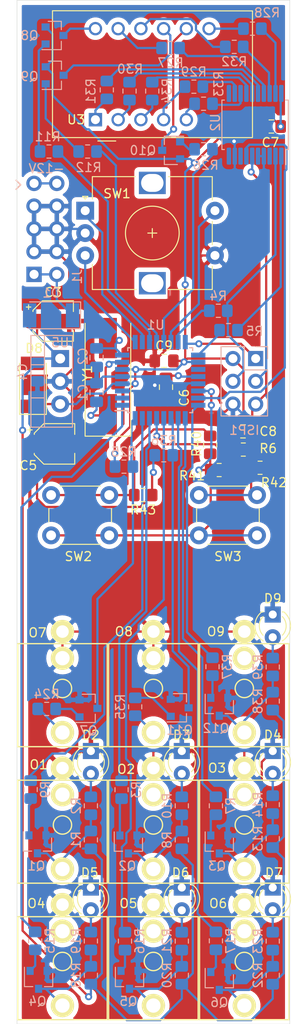
<source format=kicad_pcb>
(kicad_pcb (version 20171130) (host pcbnew 5.1.7-a382d34a8~88~ubuntu18.04.1)
  (layers (0 F.Cu signal) (31 B.Cu signal) (34 B.Paste user) (35 F.Paste user) (36 B.SilkS user) (37 F.SilkS user) (38 B.Mask user) (39 F.Mask user) (44 Edge.Cuts user))
  (net 0 "")
  (net 1 GNDD)
  (net 2 "Net-(C1-Pad2)")
  (net 3 "Net-(C2-Pad2)")
  (net 4 +12V)
  (net 5 "Net-(C6-Pad1)")
  (net 6 +5V)
  (net 7 RST)
  (net 8 "Net-(D1-Pad1)")
  (net 9 "Net-(D5-Pad2)")
  (net 10 "Net-(D6-Pad2)")
  (net 11 "Net-(D7-Pad2)")
  (net 12 MOSI)
  (net 13 "Net-(D9-Pad2)")
  (net 14 MISO)
  (net 15 SCK)
  (net 16 "Net-(Q1-Pad1)")
  (net 17 "Net-(Q2-Pad1)")
  (net 18 "Net-(R4-Pad2)")
  (net 19 "Net-(R5-Pad2)")
  (net 20 ENC_A)
  (net 21 ENC_B)
  (net 22 ENC_S)
  (net 23 CS)
  (net 24 "Net-(D3-Pad2)")
  (net 25 out1)
  (net 26 "Net-(D2-Pad2)")
  (net 27 "Net-(D4-Pad2)")
  (net 28 "Net-(O1-Pad1)")
  (net 29 "Net-(O2-Pad1)")
  (net 30 "Net-(O3-Pad1)")
  (net 31 "Net-(O4-Pad1)")
  (net 32 "Net-(O5-Pad1)")
  (net 33 "Net-(O6-Pad1)")
  (net 34 "Net-(Q3-Pad1)")
  (net 35 "Net-(Q4-Pad1)")
  (net 36 "Net-(Q5-Pad1)")
  (net 37 "Net-(Q6-Pad1)")
  (net 38 out2)
  (net 39 out3)
  (net 40 out4)
  (net 41 out5)
  (net 42 out6)
  (net 43 "Net-(O7-Pad1)")
  (net 44 "Net-(Q7-Pad1)")
  (net 45 Res)
  (net 46 "Net-(J1-Pad3)")
  (net 47 D1)
  (net 48 "Net-(Q8-Pad1)")
  (net 49 D2)
  (net 50 "Net-(Q9-Pad1)")
  (net 51 D3)
  (net 52 "Net-(Q10-Pad1)")
  (net 53 Dig1)
  (net 54 Dig2)
  (net 55 Dig3)
  (net 56 "Net-(R27-Pad1)")
  (net 57 "Net-(R28-Pad1)")
  (net 58 "Net-(R29-Pad1)")
  (net 59 "Net-(R30-Pad1)")
  (net 60 "Net-(R31-Pad1)")
  (net 61 "Net-(R32-Pad1)")
  (net 62 "Net-(R33-Pad1)")
  (net 63 "Net-(R34-Pad1)")
  (net 64 a)
  (net 65 b)
  (net 66 c)
  (net 67 d)
  (net 68 e)
  (net 69 f)
  (net 70 g)
  (net 71 p)
  (net 72 "Net-(O8-Pad1)")
  (net 73 Clock)
  (net 74 "Net-(Q11-Pad1)")
  (net 75 "Net-(O9-Pad1)")
  (net 76 "Net-(Q12-Pad1)")
  (net 77 out)
  (net 78 But)
  (net 79 "Net-(R41-Pad2)")
  (net 80 "Net-(R40-Pad1)")
  (module 7seg:BA36-12LSR (layer F.Cu) (at 162.433 38.1 90)
    (fp_text reference U3 (at 0 -3.429 180) (layer F.SilkS))
    (fp_text value CA56-12EWA)
    (pad 1 thru_hole rect (at 0 -1.27 90) (size 1.5 1.5) (drill 1) (layers *.Cu *.Mask) (net 60 "Net-(R31-Pad1)"))
    (pad 2 thru_hole circle (at 0 1.27 90) (size 1.5 1.5) (drill 1) (layers *.Cu *.Mask) (net 59 "Net-(R30-Pad1)"))
    (pad 3 thru_hole circle (at 0 3.81 90) (size 1.5 1.5) (drill 1) (layers *.Cu *.Mask) (net 63 "Net-(R34-Pad1)"))
    (pad 4 thru_hole circle (at 0 6.35 90) (size 1.5 1.5) (drill 1) (layers *.Cu *.Mask) (net 58 "Net-(R29-Pad1)"))
    (pad 5 thru_hole circle (at 0 8.89 90) (size 1.5 1.5) (drill 1) (layers *.Cu *.Mask) (net 62 "Net-(R33-Pad1)"))
    (pad 7 thru_hole circle (at 10.16 11.43 90) (size 1.5 1.5) (drill 1) (layers *.Cu *.Mask) (net 57 "Net-(R28-Pad1)"))
    (pad 8 thru_hole circle (at 10.16 8.89 90) (size 1.5 1.5) (drill 1) (layers *.Cu *.Mask) (net 51 D3))
    (pad 9 thru_hole circle (at 10.16 6.35 90) (size 1.5 1.5) (drill 1) (layers *.Cu *.Mask) (net 49 D2))
    (pad 10 thru_hole circle (at 10.16 3.81 90) (size 1.5 1.5) (drill 1) (layers *.Cu *.Mask) (net 61 "Net-(R32-Pad1)"))
    (pad 11 thru_hole circle (at 10.16 1.27 90) (size 1.5 1.5) (drill 1) (layers *.Cu *.Mask) (net 56 "Net-(R27-Pad1)"))
    (pad 12 thru_hole circle (at 10.16 -1.27 90) (size 1.5 1.5) (drill 1) (layers *.Cu *.Mask) (net 47 D1))
  )
  (module Capacitor_SMD:C_0805_2012Metric_Pad1.18x1.45mm_HandSolder (layer F.Cu) (at 180.8265 38.862)
    (fp_text reference C7 (at -0.1055 1.778) (layer F.SilkS))
    (fp_text value 100nF)
    (pad 2 smd roundrect (at 1.0375 0) (size 1.175 1.45) (layers F.Cu F.Paste F.Mask) (roundrect_rratio 0.212766) (net 6 +5V))
    (pad 1 smd roundrect (at -1.0375 0) (size 1.175 1.45) (layers F.Cu F.Paste F.Mask) (roundrect_rratio 0.212766) (net 1 GNDD))
  )
  (module Package_TO_SOT_THT:TO-220-3_Vertical (layer B.Cu) (at 157.226 64.77 270)
    (fp_text reference U5 (at -1.778 0 180) (layer B.SilkS) (effects (justify mirror)))
    (fp_text value L7805)
    (pad 3 thru_hole oval (at 5.08 0 270) (size 1.905 2) (drill 1.1) (layers *.Cu *.Mask) (net 6 +5V))
    (pad 2 thru_hole oval (at 2.54 0 270) (size 1.905 2) (drill 1.1) (layers *.Cu *.Mask) (net 1 GNDD))
    (pad 1 thru_hole rect (at 0 0 270) (size 1.905 2) (drill 1.1) (layers *.Cu *.Mask) (net 4 +12V))
  )
  (module Taster:SW_PUSH_6mm_H8mm (layer F.Cu) (at 156.21 80.01)
    (fp_text reference SW2 (at 3.048 6.858) (layer F.SilkS))
    (fp_text value SW_Push)
    (pad 1 thru_hole circle (at 6.5 0 90) (size 2 2) (drill 1.1) (layers *.Cu *.Mask) (net 80 "Net-(R40-Pad1)"))
    (pad 2 thru_hole circle (at 6.5 4.5 90) (size 2 2) (drill 1.1) (layers *.Cu *.Mask) (net 78 But))
    (pad 1 thru_hole circle (at 0 0 90) (size 2 2) (drill 1.1) (layers *.Cu *.Mask) (net 80 "Net-(R40-Pad1)"))
    (pad 2 thru_hole circle (at 0 4.5 90) (size 2 2) (drill 1.1) (layers *.Cu *.Mask) (net 78 But))
  )
  (module Thonk:Thonkiconn (layer F.Cu) (at 167.64 101.6 180)
    (fp_text reference O8 (at 3.302 6.35) (layer F.SilkS))
    (fp_text value Thonkiconn)
    (pad 3 thru_hole circle (at 0 6.35 180) (size 2.6 2.6) (drill 1.4) (layers *.Cu *.Mask F.SilkS) (net 1 GNDD))
    (pad 2 thru_hole circle (at 0 3.38 180) (size 2.6 2.6) (drill 1.6) (layers *.Cu *.Mask F.SilkS) (net 1 GNDD))
    (pad 1 thru_hole circle (at 0 -4.92 180) (size 2.6 2.6) (drill 1.6) (layers *.Cu *.Mask F.SilkS) (net 72 "Net-(O8-Pad1)"))
  )
  (module Taster:SW_PUSH_6mm_H8mm (layer F.Cu) (at 179.22 84.51 180)
    (fp_text reference SW3 (at 3.25 -2.358) (layer F.SilkS))
    (fp_text value SW_Push)
    (pad 1 thru_hole circle (at 6.5 0 270) (size 2 2) (drill 1.1) (layers *.Cu *.Mask) (net 78 But))
    (pad 2 thru_hole circle (at 6.5 4.5 270) (size 2 2) (drill 1.1) (layers *.Cu *.Mask) (net 79 "Net-(R41-Pad2)"))
    (pad 1 thru_hole circle (at 0 0 270) (size 2 2) (drill 1.1) (layers *.Cu *.Mask) (net 78 But))
    (pad 2 thru_hole circle (at 0 4.5 270) (size 2 2) (drill 1.1) (layers *.Cu *.Mask) (net 79 "Net-(R41-Pad2)"))
  )
  (module Resistor_SMD:R_0805_2012Metric_Pad1.20x1.40mm_HandSolder (layer F.Cu) (at 179.562 76.962)
    (fp_text reference R42 (at 1.54 1.651) (layer F.SilkS))
    (fp_text value 100K)
    (pad 2 smd roundrect (at 1 0) (size 1.2 1.4) (layers F.Cu F.Paste F.Mask) (roundrect_rratio 0.208333) (net 1 GNDD))
    (pad 1 smd roundrect (at -1 0) (size 1.2 1.4) (layers F.Cu F.Paste F.Mask) (roundrect_rratio 0.208333) (net 79 "Net-(R41-Pad2)"))
  )
  (module Resistor_SMD:R_0805_2012Metric_Pad1.20x1.40mm_HandSolder (layer F.Cu) (at 174.99 77.216)
    (fp_text reference R41 (at -3.032 0.635) (layer F.SilkS))
    (fp_text value 100K)
    (pad 2 smd roundrect (at 1 0) (size 1.2 1.4) (layers F.Cu F.Paste F.Mask) (roundrect_rratio 0.208333) (net 79 "Net-(R41-Pad2)"))
    (pad 1 smd roundrect (at -1 0) (size 1.2 1.4) (layers F.Cu F.Paste F.Mask) (roundrect_rratio 0.208333) (net 78 But))
  )
  (module Resistor_SMD:R_0805_2012Metric_Pad1.20x1.40mm_HandSolder (layer F.Cu) (at 173.99 74.406 270)
    (fp_text reference R40 (at -0.111 1.524 90) (layer F.SilkS))
    (fp_text value 100K)
    (pad 2 smd roundrect (at 1 0 270) (size 1.2 1.4) (layers F.Cu F.Paste F.Mask) (roundrect_rratio 0.208333) (net 78 But))
    (pad 1 smd roundrect (at -1 0 270) (size 1.2 1.4) (layers F.Cu F.Paste F.Mask) (roundrect_rratio 0.208333) (net 80 "Net-(R40-Pad1)"))
  )
  (module Capacitor_SMD:C_0805_2012Metric_Pad1.18x1.45mm_HandSolder (layer F.Cu) (at 169.05 67.9625 270)
    (fp_text reference C6 (at 1.1645 -2.032 90) (layer F.SilkS))
    (fp_text value 100nF)
    (pad 2 smd roundrect (at 1.0375 0 270) (size 1.175 1.45) (layers F.Cu F.Paste F.Mask) (roundrect_rratio 0.212766) (net 1 GNDD))
    (pad 1 smd roundrect (at -1.0375 0 270) (size 1.175 1.45) (layers F.Cu F.Paste F.Mask) (roundrect_rratio 0.212766) (net 5 "Net-(C6-Pad1)"))
  )
  (module Resistor_SMD:R_0805_2012Metric_Pad1.20x1.40mm_HandSolder (layer B.Cu) (at 180.975 99.203 270)
    (fp_text reference R39 (at 0 1.65 90) (layer B.SilkS) (effects (justify mirror)))
    (fp_text value 4K7)
    (pad 2 smd roundrect (at 1 0 270) (size 1.2 1.4) (layers B.Cu B.Paste B.Mask) (roundrect_rratio 0.208333) (net 75 "Net-(O9-Pad1)"))
    (pad 1 smd roundrect (at -1 0 270) (size 1.2 1.4) (layers B.Cu B.Paste B.Mask) (roundrect_rratio 0.208333) (net 13 "Net-(D9-Pad2)"))
  )
  (module Resistor_SMD:R_0805_2012Metric_Pad1.20x1.40mm_HandSolder (layer B.Cu) (at 180.975 103.013 270)
    (fp_text reference R38 (at 0 1.65 90) (layer B.SilkS) (effects (justify mirror)))
    (fp_text value 10K)
    (pad 2 smd roundrect (at 1 0 270) (size 1.2 1.4) (layers B.Cu B.Paste B.Mask) (roundrect_rratio 0.208333) (net 4 +12V))
    (pad 1 smd roundrect (at -1 0 270) (size 1.2 1.4) (layers B.Cu B.Paste B.Mask) (roundrect_rratio 0.208333) (net 75 "Net-(O9-Pad1)"))
  )
  (module Resistor_SMD:R_0805_2012Metric_Pad1.20x1.40mm_HandSolder (layer B.Cu) (at 174.244 99.171 90)
    (fp_text reference R37 (at 0 1.65 90) (layer B.SilkS) (effects (justify mirror)))
    (fp_text value 10K)
    (pad 2 smd roundrect (at 1 0 90) (size 1.2 1.4) (layers B.Cu B.Paste B.Mask) (roundrect_rratio 0.208333) (net 77 out))
    (pad 1 smd roundrect (at -1 0 90) (size 1.2 1.4) (layers B.Cu B.Paste B.Mask) (roundrect_rratio 0.208333) (net 76 "Net-(Q12-Pad1)"))
  )
  (module Package_TO_SOT_SMD:SOT-23 (layer B.Cu) (at 175.006 103.648 270)
    (fp_text reference Q12 (at 2.397 0.381 180) (layer B.SilkS) (effects (justify mirror)))
    (fp_text value BC817)
    (pad 3 smd rect (at 1 0 270) (size 0.9 0.8) (layers B.Cu B.Paste B.Mask) (net 75 "Net-(O9-Pad1)"))
    (pad 2 smd rect (at -1 -0.95 270) (size 0.9 0.8) (layers B.Cu B.Paste B.Mask) (net 1 GNDD))
    (pad 1 smd rect (at -1 0.95 270) (size 0.9 0.8) (layers B.Cu B.Paste B.Mask) (net 76 "Net-(Q12-Pad1)"))
  )
  (module Thonk:Thonkiconn (layer F.Cu) (at 177.8 101.6 180)
    (fp_text reference O9 (at 3.175 6.35) (layer F.SilkS))
    (fp_text value Thonkiconn)
    (pad 3 thru_hole circle (at 0 6.35 180) (size 2.6 2.6) (drill 1.4) (layers *.Cu *.Mask F.SilkS) (net 1 GNDD))
    (pad 2 thru_hole circle (at 0 3.38 180) (size 2.6 2.6) (drill 1.6) (layers *.Cu *.Mask F.SilkS))
    (pad 1 thru_hole circle (at 0 -4.92 180) (size 2.6 2.6) (drill 1.6) (layers *.Cu *.Mask F.SilkS) (net 75 "Net-(O9-Pad1)"))
  )
  (module LED_THT:LED_D3.0mm (layer F.Cu) (at 180.975 93.345 270)
    (fp_text reference D9 (at -1.778 0 180) (layer F.SilkS))
    (fp_text value LED)
    (pad 2 thru_hole circle (at 2.54 0 270) (size 1.8 1.8) (drill 0.9) (layers *.Cu *.Mask) (net 13 "Net-(D9-Pad2)"))
    (pad 1 thru_hole rect (at 0 0 270) (size 1.8 1.8) (drill 0.9) (layers *.Cu *.Mask) (net 1 GNDD))
  )
  (module Resistor_SMD:R_0805_2012Metric_Pad1.20x1.40mm_HandSolder (layer B.Cu) (at 168.799 75.565 180)
    (fp_text reference R36 (at 0 1.65) (layer B.SilkS) (effects (justify mirror)))
    (fp_text value 10K)
    (pad 2 smd roundrect (at 1 0 180) (size 1.2 1.4) (layers B.Cu B.Paste B.Mask) (roundrect_rratio 0.208333) (net 6 +5V))
    (pad 1 smd roundrect (at -1 0 180) (size 1.2 1.4) (layers B.Cu B.Paste B.Mask) (roundrect_rratio 0.208333) (net 45 Res))
  )
  (module Resistor_SMD:R_0805_2012Metric_Pad1.20x1.40mm_HandSolder (layer B.Cu) (at 165.608 103.648 270)
    (fp_text reference R35 (at 0 1.65 90) (layer B.SilkS) (effects (justify mirror)))
    (fp_text value 100K)
    (pad 2 smd roundrect (at 1 0 270) (size 1.2 1.4) (layers B.Cu B.Paste B.Mask) (roundrect_rratio 0.208333) (net 72 "Net-(O8-Pad1)"))
    (pad 1 smd roundrect (at -1 0 270) (size 1.2 1.4) (layers B.Cu B.Paste B.Mask) (roundrect_rratio 0.208333) (net 74 "Net-(Q11-Pad1)"))
  )
  (module Package_TO_SOT_SMD:SOT-23 (layer B.Cu) (at 170.577 103.759)
    (fp_text reference Q11 (at 0 2.5) (layer B.SilkS) (effects (justify mirror)))
    (fp_text value BC817)
    (pad 3 smd rect (at 1 0) (size 0.9 0.8) (layers B.Cu B.Paste B.Mask) (net 45 Res))
    (pad 2 smd rect (at -1 -0.95) (size 0.9 0.8) (layers B.Cu B.Paste B.Mask) (net 1 GNDD))
    (pad 1 smd rect (at -1 0.95) (size 0.9 0.8) (layers B.Cu B.Paste B.Mask) (net 74 "Net-(Q11-Pad1)"))
  )
  (module Resistor_SMD:R_0805_2012Metric_Pad1.20x1.40mm_HandSolder (layer B.Cu) (at 167.513 34.909 90)
    (fp_text reference R34 (at 0 1.65 90) (layer B.SilkS) (effects (justify mirror)))
    (fp_text value 330)
    (pad 2 smd roundrect (at 1 0 90) (size 1.2 1.4) (layers B.Cu B.Paste B.Mask) (roundrect_rratio 0.208333) (net 71 p))
    (pad 1 smd roundrect (at -1 0 90) (size 1.2 1.4) (layers B.Cu B.Paste B.Mask) (roundrect_rratio 0.208333) (net 63 "Net-(R34-Pad1)"))
  )
  (module Resistor_SMD:R_0805_2012Metric_Pad1.20x1.40mm_HandSolder (layer B.Cu) (at 173.244 36.322)
    (fp_text reference R33 (at 1.6985 -2.2225 270) (layer B.SilkS) (effects (justify mirror)))
    (fp_text value 330)
    (pad 2 smd roundrect (at 1 0) (size 1.2 1.4) (layers B.Cu B.Paste B.Mask) (roundrect_rratio 0.208333) (net 70 g))
    (pad 1 smd roundrect (at -1 0) (size 1.2 1.4) (layers B.Cu B.Paste B.Mask) (roundrect_rratio 0.208333) (net 62 "Net-(R33-Pad1)"))
  )
  (module Resistor_SMD:R_0805_2012Metric_Pad1.20x1.40mm_HandSolder (layer B.Cu) (at 176.673 29.972)
    (fp_text reference R32 (at 0 1.65) (layer B.SilkS) (effects (justify mirror)))
    (fp_text value 330)
    (pad 2 smd roundrect (at 1 0) (size 1.2 1.4) (layers B.Cu B.Paste B.Mask) (roundrect_rratio 0.208333) (net 69 f))
    (pad 1 smd roundrect (at -1 0) (size 1.2 1.4) (layers B.Cu B.Paste B.Mask) (roundrect_rratio 0.208333) (net 61 "Net-(R32-Pad1)"))
  )
  (module Resistor_SMD:R_0805_2012Metric_Pad1.20x1.40mm_HandSolder (layer B.Cu) (at 162.433 34.782 90)
    (fp_text reference R31 (at -0.143 -1.778 90) (layer B.SilkS) (effects (justify mirror)))
    (fp_text value 330)
    (pad 2 smd roundrect (at 1 0 90) (size 1.2 1.4) (layers B.Cu B.Paste B.Mask) (roundrect_rratio 0.208333) (net 68 e))
    (pad 1 smd roundrect (at -1 0 90) (size 1.2 1.4) (layers B.Cu B.Paste B.Mask) (roundrect_rratio 0.208333) (net 60 "Net-(R31-Pad1)"))
  )
  (module Resistor_SMD:R_0805_2012Metric_Pad1.20x1.40mm_HandSolder (layer B.Cu) (at 164.973 34.909 90)
    (fp_text reference R30 (at 2.4605 0.0635 180) (layer B.SilkS) (effects (justify mirror)))
    (fp_text value 330)
    (pad 2 smd roundrect (at 1 0 90) (size 1.2 1.4) (layers B.Cu B.Paste B.Mask) (roundrect_rratio 0.208333) (net 67 d))
    (pad 1 smd roundrect (at -1 0 90) (size 1.2 1.4) (layers B.Cu B.Paste B.Mask) (roundrect_rratio 0.208333) (net 59 "Net-(R30-Pad1)"))
  )
  (module Resistor_SMD:R_0805_2012Metric_Pad1.20x1.40mm_HandSolder (layer B.Cu) (at 172.1645 34.417)
    (fp_text reference R29 (at -0.016 -1.651) (layer B.SilkS) (effects (justify mirror)))
    (fp_text value 330)
    (pad 2 smd roundrect (at 1 0) (size 1.2 1.4) (layers B.Cu B.Paste B.Mask) (roundrect_rratio 0.208333) (net 66 c))
    (pad 1 smd roundrect (at -1 0) (size 1.2 1.4) (layers B.Cu B.Paste B.Mask) (roundrect_rratio 0.208333) (net 58 "Net-(R29-Pad1)"))
  )
  (module Resistor_SMD:R_0805_2012Metric_Pad1.20x1.40mm_HandSolder (layer B.Cu) (at 178.705 27.94)
    (fp_text reference R28 (at 1.635 -1.778) (layer B.SilkS) (effects (justify mirror)))
    (fp_text value 330)
    (pad 2 smd roundrect (at 1 0) (size 1.2 1.4) (layers B.Cu B.Paste B.Mask) (roundrect_rratio 0.208333) (net 65 b))
    (pad 1 smd roundrect (at -1 0) (size 1.2 1.4) (layers B.Cu B.Paste B.Mask) (roundrect_rratio 0.208333) (net 57 "Net-(R28-Pad1)"))
  )
  (module Resistor_SMD:R_0805_2012Metric_Pad1.20x1.40mm_HandSolder (layer B.Cu) (at 169.561 30.099)
    (fp_text reference R27 (at 0 1.65) (layer B.SilkS) (effects (justify mirror)))
    (fp_text value 330)
    (pad 2 smd roundrect (at 1 0) (size 1.2 1.4) (layers B.Cu B.Paste B.Mask) (roundrect_rratio 0.208333) (net 64 a))
    (pad 1 smd roundrect (at -1 0) (size 1.2 1.4) (layers B.Cu B.Paste B.Mask) (roundrect_rratio 0.208333) (net 56 "Net-(R27-Pad1)"))
  )
  (module Resistor_SMD:R_0805_2012Metric_Pad1.20x1.40mm_HandSolder (layer B.Cu) (at 173.244 41.402)
    (fp_text reference R26 (at 0.238 1.778) (layer B.SilkS) (effects (justify mirror)))
    (fp_text value 1K)
    (pad 2 smd roundrect (at 1 0) (size 1.2 1.4) (layers B.Cu B.Paste B.Mask) (roundrect_rratio 0.208333) (net 55 Dig3))
    (pad 1 smd roundrect (at -1 0) (size 1.2 1.4) (layers B.Cu B.Paste B.Mask) (roundrect_rratio 0.208333) (net 52 "Net-(Q10-Pad1)"))
  )
  (module Resistor_SMD:R_0805_2012Metric_Pad1.20x1.40mm_HandSolder (layer B.Cu) (at 160.29 41.656)
    (fp_text reference R12 (at 0.111 1.778) (layer B.SilkS) (effects (justify mirror)))
    (fp_text value 1K)
    (pad 2 smd roundrect (at 1 0) (size 1.2 1.4) (layers B.Cu B.Paste B.Mask) (roundrect_rratio 0.208333) (net 54 Dig2))
    (pad 1 smd roundrect (at -1 0) (size 1.2 1.4) (layers B.Cu B.Paste B.Mask) (roundrect_rratio 0.208333) (net 50 "Net-(Q9-Pad1)"))
  )
  (module Resistor_SMD:R_0805_2012Metric_Pad1.20x1.40mm_HandSolder (layer B.Cu) (at 155.972 41.656)
    (fp_text reference R11 (at -0.143 -1.651) (layer B.SilkS) (effects (justify mirror)))
    (fp_text value 1K)
    (pad 2 smd roundrect (at 1 0) (size 1.2 1.4) (layers B.Cu B.Paste B.Mask) (roundrect_rratio 0.208333) (net 53 Dig1))
    (pad 1 smd roundrect (at -1 0) (size 1.2 1.4) (layers B.Cu B.Paste B.Mask) (roundrect_rratio 0.208333) (net 48 "Net-(Q8-Pad1)"))
  )
  (module Package_TO_SOT_SMD:SOT-23 (layer B.Cu) (at 169.6245 41.5265 180)
    (fp_text reference Q10 (at 3.159 0) (layer B.SilkS) (effects (justify mirror)))
    (fp_text value BC807)
    (pad 3 smd rect (at 1 0 180) (size 0.9 0.8) (layers B.Cu B.Paste B.Mask) (net 51 D3))
    (pad 2 smd rect (at -1 -0.95 180) (size 0.9 0.8) (layers B.Cu B.Paste B.Mask) (net 6 +5V))
    (pad 1 smd rect (at -1 0.95 180) (size 0.9 0.8) (layers B.Cu B.Paste B.Mask) (net 52 "Net-(Q10-Pad1)"))
  )
  (module Package_TO_SOT_SMD:SOT-23 (layer B.Cu) (at 156.607 33.147)
    (fp_text reference Q9 (at -2.81 0.127) (layer B.SilkS) (effects (justify mirror)))
    (fp_text value BC807)
    (pad 3 smd rect (at 1 0) (size 0.9 0.8) (layers B.Cu B.Paste B.Mask) (net 49 D2))
    (pad 2 smd rect (at -1 -0.95) (size 0.9 0.8) (layers B.Cu B.Paste B.Mask) (net 6 +5V))
    (pad 1 smd rect (at -1 0.95) (size 0.9 0.8) (layers B.Cu B.Paste B.Mask) (net 50 "Net-(Q9-Pad1)"))
  )
  (module Package_TO_SOT_SMD:SOT-23 (layer B.Cu) (at 156.591 28.702)
    (fp_text reference Q8 (at -2.794 0) (layer B.SilkS) (effects (justify mirror)))
    (fp_text value BC807)
    (pad 3 smd rect (at 1 0) (size 0.9 0.8) (layers B.Cu B.Paste B.Mask) (net 47 D1))
    (pad 2 smd rect (at -1 -0.95) (size 0.9 0.8) (layers B.Cu B.Paste B.Mask) (net 6 +5V))
    (pad 1 smd rect (at -1 0.95) (size 0.9 0.8) (layers B.Cu B.Paste B.Mask) (net 48 "Net-(Q8-Pad1)"))
  )
  (module eurorack:EurorackPower10 (layer B.Cu) (at 154.305 55.372 90)
    (fp_text reference J1 (at -0.254 4.826 270) (layer B.SilkS) (effects (justify mirror)))
    (fp_text value EurorackPower hide)
    (fp_text user -12V (at 11.811 1.397) (layer B.SilkS) (effects (justify mirror)))
    (pad 3 thru_hole oval (at 10.16 2.54 90) (size 1.7272 1.7272) (drill 1.016) (layers *.Cu *.Mask) (net 46 "Net-(J1-Pad3)"))
    (pad 3 thru_hole oval (at 10.16 0 90) (size 1.7272 1.7272) (drill 1.016) (layers *.Cu *.Mask) (net 46 "Net-(J1-Pad3)"))
    (pad 2 thru_hole oval (at 7.62 2.54 90) (size 1.7272 1.7272) (drill 1.016) (layers *.Cu *.Mask) (net 1 GNDD))
    (pad 2 thru_hole oval (at 7.62 0 90) (size 1.7272 1.7272) (drill 1.016) (layers *.Cu *.Mask) (net 1 GNDD))
    (pad 2 thru_hole oval (at 5.08 2.54 90) (size 1.7272 1.7272) (drill 1.016) (layers *.Cu *.Mask) (net 1 GNDD))
    (pad 2 thru_hole oval (at 5.08 0 90) (size 1.7272 1.7272) (drill 1.016) (layers *.Cu *.Mask) (net 1 GNDD))
    (pad 2 thru_hole oval (at 2.54 2.54 90) (size 1.7272 1.7272) (drill 1.016) (layers *.Cu *.Mask) (net 1 GNDD))
    (pad 2 thru_hole oval (at 2.54 0 90) (size 1.7272 1.7272) (drill 1.016) (layers *.Cu *.Mask) (net 1 GNDD))
    (pad 1 thru_hole oval (at 0 2.54 90) (size 1.7272 1.7272) (drill 1.016) (layers *.Cu *.Mask) (net 8 "Net-(D1-Pad1)"))
    (pad 1 thru_hole rect (at 0 0 90) (size 1.7272 1.7272) (drill 1.016) (layers *.Cu *.Mask) (net 8 "Net-(D1-Pad1)"))
  )
  (module Diode_SMD:D_MELF (layer B.Cu) (at 156.21 59.944 180)
    (fp_text reference D1 (at 0 2.5) (layer B.SilkS) (effects (justify mirror)))
    (fp_text value DIODE)
    (pad 2 smd rect (at 2.4 0 180) (size 1.5 2.7) (layers B.Cu B.Paste B.Mask) (net 4 +12V))
    (pad 1 smd rect (at -2.4 0 180) (size 1.5 2.7) (layers B.Cu B.Paste B.Mask) (net 8 "Net-(D1-Pad1)"))
  )
  (module Diode_SMD:D_MELF (layer F.Cu) (at 154.178 67.704 90)
    (fp_text reference D8 (at 4.077 0.127 180) (layer F.SilkS))
    (fp_text value DIODE)
    (pad 2 smd rect (at 2.4 0 90) (size 1.5 2.7) (layers F.Cu F.Paste F.Mask) (net 4 +12V))
    (pad 1 smd rect (at -2.4 0 90) (size 1.5 2.7) (layers F.Cu F.Paste F.Mask) (net 6 +5V))
  )
  (module Capacitor_SMD:CP_Elec_4x5.4 (layer F.Cu) (at 156.591 74.295)
    (fp_text reference C5 (at -2.921 2.413) (layer F.SilkS))
    (fp_text value 22µ)
    (pad 2 smd roundrect (at 1.8 0) (size 2.6 1.6) (layers F.Cu F.Paste F.Mask) (roundrect_rratio 0.15625) (net 1 GNDD))
    (pad 1 smd roundrect (at -1.8 0) (size 2.6 1.6) (layers F.Cu F.Paste F.Mask) (roundrect_rratio 0.15625) (net 6 +5V))
  )
  (module Capacitor_SMD:C_0805_2012Metric_Pad1.18x1.45mm_HandSolder (layer B.Cu) (at 154.686 66.2725 270)
    (fp_text reference C4 (at 0 1.68 90) (layer B.SilkS) (effects (justify mirror)))
    (fp_text value 100nF)
    (pad 2 smd roundrect (at 1.0375 0 270) (size 1.175 1.45) (layers B.Cu B.Paste B.Mask) (roundrect_rratio 0.212766) (net 1 GNDD))
    (pad 1 smd roundrect (at -1.0375 0 270) (size 1.175 1.45) (layers B.Cu B.Paste B.Mask) (roundrect_rratio 0.212766) (net 4 +12V))
  )
  (module Capacitor_SMD:CP_Elec_4x5.4 (layer F.Cu) (at 156.442 60.579)
    (fp_text reference C3 (at 0 -3.2) (layer F.SilkS))
    (fp_text value 22µ)
    (pad 2 smd roundrect (at 1.8 0) (size 2.6 1.6) (layers F.Cu F.Paste F.Mask) (roundrect_rratio 0.15625) (net 1 GNDD))
    (pad 1 smd roundrect (at -1.8 0) (size 2.6 1.6) (layers F.Cu F.Paste F.Mask) (roundrect_rratio 0.15625) (net 4 +12V))
  )
  (module Capacitor_SMD:C_0805_2012Metric_Pad1.18x1.45mm_HandSolder (layer B.Cu) (at 161.29 68.5585 270)
    (fp_text reference C1 (at 0.0215 1.524 90) (layer B.SilkS) (effects (justify mirror)))
    (fp_text value 22p)
    (pad 1 smd roundrect (at -1.0375 0 270) (size 1.175 1.45) (layers B.Cu B.Paste B.Mask) (roundrect_rratio 0.212766) (net 1 GNDD))
    (pad 2 smd roundrect (at 1.0375 0 270) (size 1.175 1.45) (layers B.Cu B.Paste B.Mask) (roundrect_rratio 0.212766) (net 2 "Net-(C1-Pad2)"))
  )
  (module Capacitor_SMD:C_0805_2012Metric_Pad1.18x1.45mm_HandSolder (layer B.Cu) (at 161.29 64.6645 90)
    (fp_text reference C2 (at 0.1485 -1.524 270) (layer B.SilkS) (effects (justify mirror)))
    (fp_text value 22p)
    (pad 2 smd roundrect (at 1.0375 0 90) (size 1.175 1.45) (layers B.Cu B.Paste B.Mask) (roundrect_rratio 0.212766) (net 3 "Net-(C2-Pad2)"))
    (pad 1 smd roundrect (at -1.0375 0 90) (size 1.175 1.45) (layers B.Cu B.Paste B.Mask) (roundrect_rratio 0.212766) (net 1 GNDD))
  )
  (module Capacitor_SMD:C_0805_2012Metric_Pad1.18x1.45mm_HandSolder (layer F.Cu) (at 177.6515 72.898 180)
    (fp_text reference C8 (at -2.8155 0) (layer F.SilkS))
    (fp_text value 100nF)
    (pad 2 smd roundrect (at 1.0375 0 180) (size 1.175 1.45) (layers F.Cu F.Paste F.Mask) (roundrect_rratio 0.212766) (net 1 GNDD))
    (pad 1 smd roundrect (at -1.0375 0 180) (size 1.175 1.45) (layers F.Cu F.Paste F.Mask) (roundrect_rratio 0.212766) (net 7 RST))
  )
  (module Connector_PinHeader_2.54mm:PinHeader_2x03_P2.54mm_Vertical (layer B.Cu) (at 179.07 64.77 180)
    (fp_text reference ISP1 (at 1.27 -8.001) (layer B.SilkS) (effects (justify mirror)))
    (fp_text value AVR-ISP-6)
    (pad 1 thru_hole rect (at 0 0 180) (size 1.7 1.7) (drill 1) (layers *.Cu *.Mask) (net 14 MISO))
    (pad 2 thru_hole oval (at 2.54 0 180) (size 1.7 1.7) (drill 1) (layers *.Cu *.Mask) (net 6 +5V))
    (pad 3 thru_hole oval (at 0 -2.54 180) (size 1.7 1.7) (drill 1) (layers *.Cu *.Mask) (net 15 SCK))
    (pad 4 thru_hole oval (at 2.54 -2.54 180) (size 1.7 1.7) (drill 1) (layers *.Cu *.Mask) (net 12 MOSI))
    (pad 5 thru_hole oval (at 0 -5.08 180) (size 1.7 1.7) (drill 1) (layers *.Cu *.Mask) (net 7 RST))
    (pad 6 thru_hole oval (at 2.54 -5.08 180) (size 1.7 1.7) (drill 1) (layers *.Cu *.Mask) (net 1 GNDD))
  )
  (module Package_TO_SOT_SMD:SOT-23 (layer B.Cu) (at 154.686 118.999 270)
    (fp_text reference Q1 (at 2.413 0.127 180) (layer B.SilkS) (effects (justify mirror)))
    (fp_text value BC817)
    (pad 3 smd rect (at 1 0 270) (size 0.9 0.8) (layers B.Cu B.Paste B.Mask) (net 28 "Net-(O1-Pad1)"))
    (pad 2 smd rect (at -1 -0.95 270) (size 0.9 0.8) (layers B.Cu B.Paste B.Mask) (net 1 GNDD))
    (pad 1 smd rect (at -1 0.95 270) (size 0.9 0.8) (layers B.Cu B.Paste B.Mask) (net 16 "Net-(Q1-Pad1)"))
  )
  (module Resistor_SMD:R_0805_2012Metric_Pad1.20x1.40mm_HandSolder (layer B.Cu) (at 174.895 59.436 180)
    (fp_text reference R4 (at 0 1.65 180) (layer B.SilkS) (effects (justify mirror)))
    (fp_text value 100)
    (pad 1 smd roundrect (at -1 0 180) (size 1.2 1.4) (layers B.Cu B.Paste B.Mask) (roundrect_rratio 0.208333) (net 12 MOSI))
    (pad 2 smd roundrect (at 1 0 180) (size 1.2 1.4) (layers B.Cu B.Paste B.Mask) (roundrect_rratio 0.208333) (net 18 "Net-(R4-Pad2)"))
  )
  (module Resistor_SMD:R_0805_2012Metric_Pad1.20x1.40mm_HandSolder (layer B.Cu) (at 176.038 61.595 180)
    (fp_text reference R5 (at -2.905 -0.127 180) (layer B.SilkS) (effects (justify mirror)))
    (fp_text value 100)
    (pad 2 smd roundrect (at 1 0 180) (size 1.2 1.4) (layers B.Cu B.Paste B.Mask) (roundrect_rratio 0.208333) (net 19 "Net-(R5-Pad2)"))
    (pad 1 smd roundrect (at -1 0 180) (size 1.2 1.4) (layers B.Cu B.Paste B.Mask) (roundrect_rratio 0.208333) (net 15 SCK))
  )
  (module Resistor_SMD:R_0805_2012Metric_Pad1.20x1.40mm_HandSolder (layer F.Cu) (at 177.689 74.93)
    (fp_text reference R6 (at 2.778 -0.127) (layer F.SilkS))
    (fp_text value 10K)
    (pad 2 smd roundrect (at 1 0) (size 1.2 1.4) (layers F.Cu F.Paste F.Mask) (roundrect_rratio 0.208333) (net 7 RST))
    (pad 1 smd roundrect (at -1 0) (size 1.2 1.4) (layers F.Cu F.Paste F.Mask) (roundrect_rratio 0.208333) (net 6 +5V))
  )
  (module Resistor_SMD:R_0805_2012Metric_Pad1.20x1.40mm_HandSolder (layer B.Cu) (at 153.924 112.887 90)
    (fp_text reference R9 (at 0 1.65 270) (layer B.SilkS) (effects (justify mirror)))
    (fp_text value 10K)
    (pad 2 smd roundrect (at 1 0 90) (size 1.2 1.4) (layers B.Cu B.Paste B.Mask) (roundrect_rratio 0.208333) (net 25 out1))
    (pad 1 smd roundrect (at -1 0 90) (size 1.2 1.4) (layers B.Cu B.Paste B.Mask) (roundrect_rratio 0.208333) (net 16 "Net-(Q1-Pad1)"))
  )
  (module Package_QFP:TQFP-32_7x7mm_P0.8mm (layer B.Cu) (at 168.402 67.183)
    (fp_text reference U1 (at -0.508 -6.1595 180) (layer B.SilkS) (effects (justify mirror)))
    (fp_text value ATmega328P-AU)
    (pad 1 smd rect (at -4.25 2.8) (size 1.6 0.55) (layers B.Cu B.Paste B.Mask) (net 40 out4))
    (pad 2 smd rect (at -4.25 2) (size 1.6 0.55) (layers B.Cu B.Paste B.Mask))
    (pad 3 smd rect (at -4.25 1.2) (size 1.6 0.55) (layers B.Cu B.Paste B.Mask) (net 1 GNDD))
    (pad 4 smd rect (at -4.25 0.4) (size 1.6 0.55) (layers B.Cu B.Paste B.Mask) (net 6 +5V))
    (pad 5 smd rect (at -4.25 -0.4) (size 1.6 0.55) (layers B.Cu B.Paste B.Mask) (net 1 GNDD))
    (pad 6 smd rect (at -4.25 -1.2) (size 1.6 0.55) (layers B.Cu B.Paste B.Mask) (net 6 +5V))
    (pad 7 smd rect (at -4.25 -2) (size 1.6 0.55) (layers B.Cu B.Paste B.Mask) (net 2 "Net-(C1-Pad2)"))
    (pad 8 smd rect (at -4.25 -2.8) (size 1.6 0.55) (layers B.Cu B.Paste B.Mask) (net 3 "Net-(C2-Pad2)"))
    (pad 9 smd rect (at -2.8 -4.25 270) (size 1.6 0.55) (layers B.Cu B.Paste B.Mask) (net 21 ENC_B))
    (pad 10 smd rect (at -2 -4.25 270) (size 1.6 0.55) (layers B.Cu B.Paste B.Mask) (net 20 ENC_A))
    (pad 11 smd rect (at -1.2 -4.25 270) (size 1.6 0.55) (layers B.Cu B.Paste B.Mask) (net 53 Dig1))
    (pad 12 smd rect (at -0.4 -4.25 270) (size 1.6 0.55) (layers B.Cu B.Paste B.Mask) (net 54 Dig2))
    (pad 13 smd rect (at 0.4 -4.25 270) (size 1.6 0.55) (layers B.Cu B.Paste B.Mask) (net 55 Dig3))
    (pad 14 smd rect (at 1.2 -4.25 270) (size 1.6 0.55) (layers B.Cu B.Paste B.Mask) (net 22 ENC_S))
    (pad 15 smd rect (at 2 -4.25 270) (size 1.6 0.55) (layers B.Cu B.Paste B.Mask) (net 18 "Net-(R4-Pad2)"))
    (pad 16 smd rect (at 2.8 -4.25 270) (size 1.6 0.55) (layers B.Cu B.Paste B.Mask) (net 14 MISO))
    (pad 17 smd rect (at 4.25 -2.8) (size 1.6 0.55) (layers B.Cu B.Paste B.Mask) (net 19 "Net-(R5-Pad2)"))
    (pad 18 smd rect (at 4.25 -2) (size 1.6 0.55) (layers B.Cu B.Paste B.Mask) (net 6 +5V))
    (pad 19 smd rect (at 4.25 -1.2) (size 1.6 0.55) (layers B.Cu B.Paste B.Mask))
    (pad 20 smd rect (at 4.25 -0.4) (size 1.6 0.55) (layers B.Cu B.Paste B.Mask) (net 5 "Net-(C6-Pad1)"))
    (pad 21 smd rect (at 4.25 0.4) (size 1.6 0.55) (layers B.Cu B.Paste B.Mask) (net 1 GNDD))
    (pad 22 smd rect (at 4.25 1.2) (size 1.6 0.55) (layers B.Cu B.Paste B.Mask) (net 78 But))
    (pad 23 smd rect (at 4.25 2) (size 1.6 0.55) (layers B.Cu B.Paste B.Mask) (net 23 CS))
    (pad 24 smd rect (at 4.25 2.8) (size 1.6 0.55) (layers B.Cu B.Paste B.Mask) (net 77 out))
    (pad 25 smd rect (at 2.8 4.25 270) (size 1.6 0.55) (layers B.Cu B.Paste B.Mask) (net 39 out3))
    (pad 26 smd rect (at 2 4.25 270) (size 1.6 0.55) (layers B.Cu B.Paste B.Mask) (net 42 out6))
    (pad 27 smd rect (at 1.2 4.25 270) (size 1.6 0.55) (layers B.Cu B.Paste B.Mask) (net 45 Res))
    (pad 28 smd rect (at 0.4 4.25 270) (size 1.6 0.55) (layers B.Cu B.Paste B.Mask) (net 41 out5))
    (pad 29 smd rect (at -0.4 4.25 270) (size 1.6 0.55) (layers B.Cu B.Paste B.Mask) (net 7 RST))
    (pad 30 smd rect (at -1.2 4.25 270) (size 1.6 0.55) (layers B.Cu B.Paste B.Mask) (net 38 out2))
    (pad 31 smd rect (at -2 4.25 270) (size 1.6 0.55) (layers B.Cu B.Paste B.Mask) (net 25 out1))
    (pad 32 smd rect (at -2.8 4.25 270) (size 1.6 0.55) (layers B.Cu B.Paste B.Mask) (net 73 Clock))
  )
  (module Crystal:Crystal_SMD_HC49-SD (layer F.Cu) (at 162.56 66.734 90)
    (fp_text reference Y1 (at 0.313 -2.286 90) (layer F.SilkS))
    (fp_text value Crystal)
    (pad 1 smd rect (at -4.25 0 90) (size 4.5 2) (layers F.Cu F.Paste F.Mask) (net 2 "Net-(C1-Pad2)"))
    (pad 2 smd rect (at 4.25 0 90) (size 4.5 2) (layers F.Cu F.Paste F.Mask) (net 3 "Net-(C2-Pad2)"))
  )
  (module Rotary_Encoder:RotaryEncoder_Alps_EC12E-Switch_Vertical_H20mm (layer F.Cu) (at 160.02 48.26)
    (fp_text reference SW1 (at 3.556 -1.905) (layer F.SilkS))
    (fp_text value Rotary_Encoder_Switch)
    (pad S2 thru_hole circle (at 14.5 5) (size 2 2) (drill 1) (layers *.Cu *.Mask) (net 1 GNDD))
    (pad S1 thru_hole circle (at 14.5 0) (size 2 2) (drill 1) (layers *.Cu *.Mask) (net 22 ENC_S))
    (pad MP thru_hole rect (at 7.5 8.1) (size 3 2.5) (drill oval 2.5 2) (layers *.Cu *.Mask))
    (pad MP thru_hole rect (at 7.5 -3.1) (size 3 2.5) (drill oval 2.5 2) (layers *.Cu *.Mask))
    (pad B thru_hole circle (at 0 5) (size 2 2) (drill 1) (layers *.Cu *.Mask) (net 21 ENC_B))
    (pad C thru_hole circle (at 0 2.5) (size 2 2) (drill 1) (layers *.Cu *.Mask) (net 1 GNDD))
    (pad A thru_hole rect (at 0 0) (size 2 2) (drill 1) (layers *.Cu *.Mask) (net 20 ENC_A))
  )
  (module LED_THT:LED_D3.0mm (layer F.Cu) (at 160.655 108.585 270)
    (fp_text reference D2 (at -1.778 0 180) (layer F.SilkS))
    (fp_text value LED)
    (pad 1 thru_hole rect (at 0 0 270) (size 1.8 1.8) (drill 0.9) (layers *.Cu *.Mask) (net 1 GNDD))
    (pad 2 thru_hole circle (at 2.54 0 270) (size 1.8 1.8) (drill 0.9) (layers *.Cu *.Mask) (net 26 "Net-(D2-Pad2)"))
  )
  (module Resistor_SMD:R_0805_2012Metric_Pad1.20x1.40mm_HandSolder (layer B.Cu) (at 160.655 118.507 270)
    (fp_text reference R1 (at 0 1.65 270) (layer B.SilkS) (effects (justify mirror)))
    (fp_text value 10K)
    (pad 2 smd roundrect (at 1 0 270) (size 1.2 1.4) (layers B.Cu B.Paste B.Mask) (roundrect_rratio 0.208333) (net 4 +12V))
    (pad 1 smd roundrect (at -1 0 270) (size 1.2 1.4) (layers B.Cu B.Paste B.Mask) (roundrect_rratio 0.208333) (net 28 "Net-(O1-Pad1)"))
  )
  (module Resistor_SMD:R_0805_2012Metric_Pad1.20x1.40mm_HandSolder (layer B.Cu) (at 160.655 114.697 270)
    (fp_text reference R2 (at 0 1.65 270) (layer B.SilkS) (effects (justify mirror)))
    (fp_text value 4K7)
    (pad 1 smd roundrect (at -1 0 270) (size 1.2 1.4) (layers B.Cu B.Paste B.Mask) (roundrect_rratio 0.208333) (net 26 "Net-(D2-Pad2)"))
    (pad 2 smd roundrect (at 1 0 270) (size 1.2 1.4) (layers B.Cu B.Paste B.Mask) (roundrect_rratio 0.208333) (net 28 "Net-(O1-Pad1)"))
  )
  (module Thonk:Thonkiconn (layer F.Cu) (at 157.48 116.84 180)
    (fp_text reference O1 (at 2.667 6.731) (layer F.SilkS))
    (fp_text value Thonkiconn)
    (pad 1 thru_hole circle (at 0 -4.92 180) (size 2.6 2.6) (drill 1.6) (layers *.Cu *.Mask F.SilkS) (net 28 "Net-(O1-Pad1)"))
    (pad 2 thru_hole circle (at 0 3.38 180) (size 2.6 2.6) (drill 1.6) (layers *.Cu *.Mask F.SilkS))
    (pad 3 thru_hole circle (at 0 6.35 180) (size 2.6 2.6) (drill 1.4) (layers *.Cu *.Mask F.SilkS) (net 1 GNDD))
  )
  (module LED_THT:LED_D3.0mm (layer F.Cu) (at 170.815 108.585 270)
    (fp_text reference D3 (at -1.778 0 180) (layer F.SilkS))
    (fp_text value LED)
    (pad 2 thru_hole circle (at 2.54 0 270) (size 1.8 1.8) (drill 0.9) (layers *.Cu *.Mask) (net 24 "Net-(D3-Pad2)"))
    (pad 1 thru_hole rect (at 0 0 270) (size 1.8 1.8) (drill 0.9) (layers *.Cu *.Mask) (net 1 GNDD))
  )
  (module LED_THT:LED_D3.0mm (layer F.Cu) (at 180.975 108.585 270)
    (fp_text reference D4 (at -1.778 0 180) (layer F.SilkS))
    (fp_text value LED)
    (pad 2 thru_hole circle (at 2.54 0 270) (size 1.8 1.8) (drill 0.9) (layers *.Cu *.Mask) (net 27 "Net-(D4-Pad2)"))
    (pad 1 thru_hole rect (at 0 0 270) (size 1.8 1.8) (drill 0.9) (layers *.Cu *.Mask) (net 1 GNDD))
  )
  (module LED_THT:LED_D3.0mm (layer F.Cu) (at 160.655 123.825 270)
    (fp_text reference D5 (at -1.651 0.127 180) (layer F.SilkS))
    (fp_text value LED)
    (pad 1 thru_hole rect (at 0 0 270) (size 1.8 1.8) (drill 0.9) (layers *.Cu *.Mask) (net 1 GNDD))
    (pad 2 thru_hole circle (at 2.54 0 270) (size 1.8 1.8) (drill 0.9) (layers *.Cu *.Mask) (net 9 "Net-(D5-Pad2)"))
  )
  (module LED_THT:LED_D3.0mm (layer F.Cu) (at 170.815 123.825 270)
    (fp_text reference D6 (at -1.651 0.127 180) (layer F.SilkS))
    (fp_text value LED)
    (pad 1 thru_hole rect (at 0 0 270) (size 1.8 1.8) (drill 0.9) (layers *.Cu *.Mask) (net 1 GNDD))
    (pad 2 thru_hole circle (at 2.54 0 270) (size 1.8 1.8) (drill 0.9) (layers *.Cu *.Mask) (net 10 "Net-(D6-Pad2)"))
  )
  (module LED_THT:LED_D3.0mm (layer F.Cu) (at 180.975 123.825 270)
    (fp_text reference D7 (at -1.651 -0.127 180) (layer F.SilkS))
    (fp_text value LED)
    (pad 1 thru_hole rect (at 0 0 270) (size 1.8 1.8) (drill 0.9) (layers *.Cu *.Mask) (net 1 GNDD))
    (pad 2 thru_hole circle (at 2.54 0 270) (size 1.8 1.8) (drill 0.9) (layers *.Cu *.Mask) (net 11 "Net-(D7-Pad2)"))
  )
  (module Thonk:Thonkiconn (layer F.Cu) (at 167.64 116.84 180)
    (fp_text reference O2 (at 3.048 6.223) (layer F.SilkS))
    (fp_text value Thonkiconn)
    (pad 3 thru_hole circle (at 0 6.35 180) (size 2.6 2.6) (drill 1.4) (layers *.Cu *.Mask F.SilkS) (net 1 GNDD))
    (pad 2 thru_hole circle (at 0 3.38 180) (size 2.6 2.6) (drill 1.6) (layers *.Cu *.Mask F.SilkS))
    (pad 1 thru_hole circle (at 0 -4.92 180) (size 2.6 2.6) (drill 1.6) (layers *.Cu *.Mask F.SilkS) (net 29 "Net-(O2-Pad1)"))
  )
  (module Thonk:Thonkiconn (layer F.Cu) (at 177.8 116.84 180)
    (fp_text reference O3 (at 3.048 6.35) (layer F.SilkS))
    (fp_text value Thonkiconn)
    (pad 1 thru_hole circle (at 0 -4.92 180) (size 2.6 2.6) (drill 1.6) (layers *.Cu *.Mask F.SilkS) (net 30 "Net-(O3-Pad1)"))
    (pad 2 thru_hole circle (at 0 3.38 180) (size 2.6 2.6) (drill 1.6) (layers *.Cu *.Mask F.SilkS))
    (pad 3 thru_hole circle (at 0 6.35 180) (size 2.6 2.6) (drill 1.4) (layers *.Cu *.Mask F.SilkS) (net 1 GNDD))
  )
  (module Thonk:Thonkiconn (layer F.Cu) (at 157.48 132.08 180)
    (fp_text reference O4 (at 2.921 6.477) (layer F.SilkS))
    (fp_text value Thonkiconn)
    (pad 1 thru_hole circle (at 0 -4.92 180) (size 2.6 2.6) (drill 1.6) (layers *.Cu *.Mask F.SilkS) (net 31 "Net-(O4-Pad1)"))
    (pad 2 thru_hole circle (at 0 3.38 180) (size 2.6 2.6) (drill 1.6) (layers *.Cu *.Mask F.SilkS))
    (pad 3 thru_hole circle (at 0 6.35 180) (size 2.6 2.6) (drill 1.4) (layers *.Cu *.Mask F.SilkS) (net 1 GNDD))
  )
  (module Thonk:Thonkiconn (layer F.Cu) (at 167.64 132.08 180)
    (fp_text reference O5 (at 2.794 6.477) (layer F.SilkS))
    (fp_text value Thonkiconn)
    (pad 3 thru_hole circle (at 0 6.35 180) (size 2.6 2.6) (drill 1.4) (layers *.Cu *.Mask F.SilkS) (net 1 GNDD))
    (pad 2 thru_hole circle (at 0 3.38 180) (size 2.6 2.6) (drill 1.6) (layers *.Cu *.Mask F.SilkS))
    (pad 1 thru_hole circle (at 0 -4.92 180) (size 2.6 2.6) (drill 1.6) (layers *.Cu *.Mask F.SilkS) (net 32 "Net-(O5-Pad1)"))
  )
  (module Thonk:Thonkiconn (layer F.Cu) (at 177.8 132.08 180)
    (fp_text reference O6 (at 2.921 6.477) (layer F.SilkS))
    (fp_text value Thonkiconn)
    (pad 1 thru_hole circle (at 0 -4.92 180) (size 2.6 2.6) (drill 1.6) (layers *.Cu *.Mask F.SilkS) (net 33 "Net-(O6-Pad1)"))
    (pad 2 thru_hole circle (at 0 3.38 180) (size 2.6 2.6) (drill 1.6) (layers *.Cu *.Mask F.SilkS))
    (pad 3 thru_hole circle (at 0 6.35 180) (size 2.6 2.6) (drill 1.4) (layers *.Cu *.Mask F.SilkS) (net 1 GNDD))
  )
  (module Package_TO_SOT_SMD:SOT-23 (layer B.Cu) (at 164.846 119.015 270)
    (fp_text reference Q2 (at 2.397 0.127 180) (layer B.SilkS) (effects (justify mirror)))
    (fp_text value BC817)
    (pad 1 smd rect (at -1 0.95 270) (size 0.9 0.8) (layers B.Cu B.Paste B.Mask) (net 17 "Net-(Q2-Pad1)"))
    (pad 2 smd rect (at -1 -0.95 270) (size 0.9 0.8) (layers B.Cu B.Paste B.Mask) (net 1 GNDD))
    (pad 3 smd rect (at 1 0 270) (size 0.9 0.8) (layers B.Cu B.Paste B.Mask) (net 29 "Net-(O2-Pad1)"))
  )
  (module Package_TO_SOT_SMD:SOT-23 (layer B.Cu) (at 175.006 119.015 270)
    (fp_text reference Q3 (at 2.397 0.254 180) (layer B.SilkS) (effects (justify mirror)))
    (fp_text value BC817)
    (pad 3 smd rect (at 1 0 270) (size 0.9 0.8) (layers B.Cu B.Paste B.Mask) (net 30 "Net-(O3-Pad1)"))
    (pad 2 smd rect (at -1 -0.95 270) (size 0.9 0.8) (layers B.Cu B.Paste B.Mask) (net 1 GNDD))
    (pad 1 smd rect (at -1 0.95 270) (size 0.9 0.8) (layers B.Cu B.Paste B.Mask) (net 34 "Net-(Q3-Pad1)"))
  )
  (module Package_TO_SOT_SMD:SOT-23 (layer B.Cu) (at 154.813 134.128 270)
    (fp_text reference Q4 (at 2.397 0.127 180) (layer B.SilkS) (effects (justify mirror)))
    (fp_text value BC817)
    (pad 1 smd rect (at -1 0.95 270) (size 0.9 0.8) (layers B.Cu B.Paste B.Mask) (net 35 "Net-(Q4-Pad1)"))
    (pad 2 smd rect (at -1 -0.95 270) (size 0.9 0.8) (layers B.Cu B.Paste B.Mask) (net 1 GNDD))
    (pad 3 smd rect (at 1 0 270) (size 0.9 0.8) (layers B.Cu B.Paste B.Mask) (net 31 "Net-(O4-Pad1)"))
  )
  (module Package_TO_SOT_SMD:SOT-23 (layer B.Cu) (at 164.973 134.128 270)
    (fp_text reference Q5 (at 2.397 0.127 180) (layer B.SilkS) (effects (justify mirror)))
    (fp_text value BC817)
    (pad 3 smd rect (at 1 0 270) (size 0.9 0.8) (layers B.Cu B.Paste B.Mask) (net 32 "Net-(O5-Pad1)"))
    (pad 2 smd rect (at -1 -0.95 270) (size 0.9 0.8) (layers B.Cu B.Paste B.Mask) (net 1 GNDD))
    (pad 1 smd rect (at -1 0.95 270) (size 0.9 0.8) (layers B.Cu B.Paste B.Mask) (net 36 "Net-(Q5-Pad1)"))
  )
  (module Package_TO_SOT_SMD:SOT-23 (layer B.Cu) (at 175.006 134.255 270)
    (fp_text reference Q6 (at 2.397 0 180) (layer B.SilkS) (effects (justify mirror)))
    (fp_text value BC817)
    (pad 1 smd rect (at -1 0.95 270) (size 0.9 0.8) (layers B.Cu B.Paste B.Mask) (net 37 "Net-(Q6-Pad1)"))
    (pad 2 smd rect (at -1 -0.95 270) (size 0.9 0.8) (layers B.Cu B.Paste B.Mask) (net 1 GNDD))
    (pad 3 smd rect (at 1 0 270) (size 0.9 0.8) (layers B.Cu B.Paste B.Mask) (net 33 "Net-(O6-Pad1)"))
  )
  (module Resistor_SMD:R_0805_2012Metric_Pad1.20x1.40mm_HandSolder (layer B.Cu) (at 164.084 112.903 90)
    (fp_text reference R3 (at 0 1.65 270) (layer B.SilkS) (effects (justify mirror)))
    (fp_text value 10K)
    (pad 1 smd roundrect (at -1 0 90) (size 1.2 1.4) (layers B.Cu B.Paste B.Mask) (roundrect_rratio 0.208333) (net 17 "Net-(Q2-Pad1)"))
    (pad 2 smd roundrect (at 1 0 90) (size 1.2 1.4) (layers B.Cu B.Paste B.Mask) (roundrect_rratio 0.208333) (net 38 out2))
  )
  (module Resistor_SMD:R_0805_2012Metric_Pad1.20x1.40mm_HandSolder (layer B.Cu) (at 174.625 114.697 90)
    (fp_text reference R7 (at 0 1.65 270) (layer B.SilkS) (effects (justify mirror)))
    (fp_text value 10K)
    (pad 1 smd roundrect (at -1 0 90) (size 1.2 1.4) (layers B.Cu B.Paste B.Mask) (roundrect_rratio 0.208333) (net 34 "Net-(Q3-Pad1)"))
    (pad 2 smd roundrect (at 1 0 90) (size 1.2 1.4) (layers B.Cu B.Paste B.Mask) (roundrect_rratio 0.208333) (net 39 out3))
  )
  (module Resistor_SMD:R_0805_2012Metric_Pad1.20x1.40mm_HandSolder (layer B.Cu) (at 170.815 118.507 270)
    (fp_text reference R8 (at 0 1.65 270) (layer B.SilkS) (effects (justify mirror)))
    (fp_text value 10K)
    (pad 2 smd roundrect (at 1 0 270) (size 1.2 1.4) (layers B.Cu B.Paste B.Mask) (roundrect_rratio 0.208333) (net 4 +12V))
    (pad 1 smd roundrect (at -1 0 270) (size 1.2 1.4) (layers B.Cu B.Paste B.Mask) (roundrect_rratio 0.208333) (net 29 "Net-(O2-Pad1)"))
  )
  (module Resistor_SMD:R_0805_2012Metric_Pad1.20x1.40mm_HandSolder (layer B.Cu) (at 170.815 114.697 270)
    (fp_text reference R10 (at 0 1.65 270) (layer B.SilkS) (effects (justify mirror)))
    (fp_text value 4K7)
    (pad 1 smd roundrect (at -1 0 270) (size 1.2 1.4) (layers B.Cu B.Paste B.Mask) (roundrect_rratio 0.208333) (net 24 "Net-(D3-Pad2)"))
    (pad 2 smd roundrect (at 1 0 270) (size 1.2 1.4) (layers B.Cu B.Paste B.Mask) (roundrect_rratio 0.208333) (net 29 "Net-(O2-Pad1)"))
  )
  (module Resistor_SMD:R_0805_2012Metric_Pad1.20x1.40mm_HandSolder (layer B.Cu) (at 180.975 118.364 270)
    (fp_text reference R13 (at 0 1.65 270) (layer B.SilkS) (effects (justify mirror)))
    (fp_text value 10K)
    (pad 1 smd roundrect (at -1 0 270) (size 1.2 1.4) (layers B.Cu B.Paste B.Mask) (roundrect_rratio 0.208333) (net 30 "Net-(O3-Pad1)"))
    (pad 2 smd roundrect (at 1 0 270) (size 1.2 1.4) (layers B.Cu B.Paste B.Mask) (roundrect_rratio 0.208333) (net 4 +12V))
  )
  (module Resistor_SMD:R_0805_2012Metric_Pad1.20x1.40mm_HandSolder (layer B.Cu) (at 180.975 114.57 270)
    (fp_text reference R14 (at 0 1.65 270) (layer B.SilkS) (effects (justify mirror)))
    (fp_text value 4K7)
    (pad 1 smd roundrect (at -1 0 270) (size 1.2 1.4) (layers B.Cu B.Paste B.Mask) (roundrect_rratio 0.208333) (net 27 "Net-(D4-Pad2)"))
    (pad 2 smd roundrect (at 1 0 270) (size 1.2 1.4) (layers B.Cu B.Paste B.Mask) (roundrect_rratio 0.208333) (net 30 "Net-(O3-Pad1)"))
  )
  (module Resistor_SMD:R_0805_2012Metric_Pad1.20x1.40mm_HandSolder (layer B.Cu) (at 154.432 129.778 90)
    (fp_text reference R15 (at 0 1.65 270) (layer B.SilkS) (effects (justify mirror)))
    (fp_text value 10K)
    (pad 1 smd roundrect (at -1 0 90) (size 1.2 1.4) (layers B.Cu B.Paste B.Mask) (roundrect_rratio 0.208333) (net 35 "Net-(Q4-Pad1)"))
    (pad 2 smd roundrect (at 1 0 90) (size 1.2 1.4) (layers B.Cu B.Paste B.Mask) (roundrect_rratio 0.208333) (net 40 out4))
  )
  (module Resistor_SMD:R_0805_2012Metric_Pad1.20x1.40mm_HandSolder (layer B.Cu) (at 164.465 129.81 90)
    (fp_text reference R16 (at 0 1.65 270) (layer B.SilkS) (effects (justify mirror)))
    (fp_text value 10K)
    (pad 1 smd roundrect (at -1 0 90) (size 1.2 1.4) (layers B.Cu B.Paste B.Mask) (roundrect_rratio 0.208333) (net 36 "Net-(Q5-Pad1)"))
    (pad 2 smd roundrect (at 1 0 90) (size 1.2 1.4) (layers B.Cu B.Paste B.Mask) (roundrect_rratio 0.208333) (net 41 out5))
  )
  (module Resistor_SMD:R_0805_2012Metric_Pad1.20x1.40mm_HandSolder (layer B.Cu) (at 174.625 129.778 90)
    (fp_text reference R17 (at 0 1.65 270) (layer B.SilkS) (effects (justify mirror)))
    (fp_text value 10K)
    (pad 2 smd roundrect (at 1 0 90) (size 1.2 1.4) (layers B.Cu B.Paste B.Mask) (roundrect_rratio 0.208333) (net 42 out6))
    (pad 1 smd roundrect (at -1 0 90) (size 1.2 1.4) (layers B.Cu B.Paste B.Mask) (roundrect_rratio 0.208333) (net 37 "Net-(Q6-Pad1)"))
  )
  (module Resistor_SMD:R_0805_2012Metric_Pad1.20x1.40mm_HandSolder (layer B.Cu) (at 160.655 133.62 270)
    (fp_text reference R18 (at 0 1.65 270) (layer B.SilkS) (effects (justify mirror)))
    (fp_text value 10K)
    (pad 2 smd roundrect (at 1 0 270) (size 1.2 1.4) (layers B.Cu B.Paste B.Mask) (roundrect_rratio 0.208333) (net 4 +12V))
    (pad 1 smd roundrect (at -1 0 270) (size 1.2 1.4) (layers B.Cu B.Paste B.Mask) (roundrect_rratio 0.208333) (net 31 "Net-(O4-Pad1)"))
  )
  (module Resistor_SMD:R_0805_2012Metric_Pad1.20x1.40mm_HandSolder (layer B.Cu) (at 160.655 129.794 270)
    (fp_text reference R19 (at 0 1.65 270) (layer B.SilkS) (effects (justify mirror)))
    (fp_text value 4K7)
    (pad 1 smd roundrect (at -1 0 270) (size 1.2 1.4) (layers B.Cu B.Paste B.Mask) (roundrect_rratio 0.208333) (net 9 "Net-(D5-Pad2)"))
    (pad 2 smd roundrect (at 1 0 270) (size 1.2 1.4) (layers B.Cu B.Paste B.Mask) (roundrect_rratio 0.208333) (net 31 "Net-(O4-Pad1)"))
  )
  (module Resistor_SMD:R_0805_2012Metric_Pad1.20x1.40mm_HandSolder (layer B.Cu) (at 170.815 133.62 270)
    (fp_text reference R20 (at 0 1.65 270) (layer B.SilkS) (effects (justify mirror)))
    (fp_text value 10K)
    (pad 2 smd roundrect (at 1 0 270) (size 1.2 1.4) (layers B.Cu B.Paste B.Mask) (roundrect_rratio 0.208333) (net 4 +12V))
    (pad 1 smd roundrect (at -1 0 270) (size 1.2 1.4) (layers B.Cu B.Paste B.Mask) (roundrect_rratio 0.208333) (net 32 "Net-(O5-Pad1)"))
  )
  (module Resistor_SMD:R_0805_2012Metric_Pad1.20x1.40mm_HandSolder (layer B.Cu) (at 170.815 129.81 270)
    (fp_text reference R21 (at 0 1.65 270) (layer B.SilkS) (effects (justify mirror)))
    (fp_text value 4K7)
    (pad 2 smd roundrect (at 1 0 270) (size 1.2 1.4) (layers B.Cu B.Paste B.Mask) (roundrect_rratio 0.208333) (net 32 "Net-(O5-Pad1)"))
    (pad 1 smd roundrect (at -1 0 270) (size 1.2 1.4) (layers B.Cu B.Paste B.Mask) (roundrect_rratio 0.208333) (net 10 "Net-(D6-Pad2)"))
  )
  (module Resistor_SMD:R_0805_2012Metric_Pad1.20x1.40mm_HandSolder (layer B.Cu) (at 180.975 133.62 270)
    (fp_text reference R22 (at 0 1.65 270) (layer B.SilkS) (effects (justify mirror)))
    (fp_text value 10K)
    (pad 2 smd roundrect (at 1 0 270) (size 1.2 1.4) (layers B.Cu B.Paste B.Mask) (roundrect_rratio 0.208333) (net 4 +12V))
    (pad 1 smd roundrect (at -1 0 270) (size 1.2 1.4) (layers B.Cu B.Paste B.Mask) (roundrect_rratio 0.208333) (net 33 "Net-(O6-Pad1)"))
  )
  (module Resistor_SMD:R_0805_2012Metric_Pad1.20x1.40mm_HandSolder (layer B.Cu) (at 180.975 129.81 270)
    (fp_text reference R23 (at 0 1.65 270) (layer B.SilkS) (effects (justify mirror)))
    (fp_text value 4K7)
    (pad 2 smd roundrect (at 1 0 270) (size 1.2 1.4) (layers B.Cu B.Paste B.Mask) (roundrect_rratio 0.208333) (net 33 "Net-(O6-Pad1)"))
    (pad 1 smd roundrect (at -1 0 270) (size 1.2 1.4) (layers B.Cu B.Paste B.Mask) (roundrect_rratio 0.208333) (net 11 "Net-(D7-Pad2)"))
  )
  (module Thonk:Thonkiconn (layer F.Cu) (at 157.48 101.6 180)
    (fp_text reference O7 (at 2.794 6.223) (layer F.SilkS))
    (fp_text value Thonkiconn)
    (pad 1 thru_hole circle (at 0 -4.92 180) (size 2.6 2.6) (drill 1.6) (layers *.Cu *.Mask F.SilkS) (net 43 "Net-(O7-Pad1)"))
    (pad 2 thru_hole circle (at 0 3.38 180) (size 2.6 2.6) (drill 1.6) (layers *.Cu *.Mask F.SilkS) (net 1 GNDD))
    (pad 3 thru_hole circle (at 0 6.35 180) (size 2.6 2.6) (drill 1.4) (layers *.Cu *.Mask F.SilkS) (net 1 GNDD))
  )
  (module Package_TO_SOT_SMD:SOT-23 (layer B.Cu) (at 160.385 103.825)
    (fp_text reference Q7 (at 0 2.5 180) (layer B.SilkS) (effects (justify mirror)))
    (fp_text value BC817)
    (pad 1 smd rect (at -1 0.95) (size 0.9 0.8) (layers B.Cu B.Paste B.Mask) (net 44 "Net-(Q7-Pad1)"))
    (pad 2 smd rect (at -1 -0.95) (size 0.9 0.8) (layers B.Cu B.Paste B.Mask) (net 1 GNDD))
    (pad 3 smd rect (at 1 0) (size 0.9 0.8) (layers B.Cu B.Paste B.Mask) (net 73 Clock))
  )
  (module Resistor_SMD:R_0805_2012Metric_Pad1.20x1.40mm_HandSolder (layer B.Cu) (at 155.718 103.886 180)
    (fp_text reference R24 (at 0 1.65 180) (layer B.SilkS) (effects (justify mirror)))
    (fp_text value 100K)
    (pad 1 smd roundrect (at -1 0 180) (size 1.2 1.4) (layers B.Cu B.Paste B.Mask) (roundrect_rratio 0.208333) (net 44 "Net-(Q7-Pad1)"))
    (pad 2 smd roundrect (at 1 0 180) (size 1.2 1.4) (layers B.Cu B.Paste B.Mask) (roundrect_rratio 0.208333) (net 43 "Net-(O7-Pad1)"))
  )
  (module Resistor_SMD:R_0805_2012Metric_Pad1.20x1.40mm_HandSolder (layer B.Cu) (at 164.354 76.835 180)
    (fp_text reference R25 (at 0 1.65 180) (layer B.SilkS) (effects (justify mirror)))
    (fp_text value 10K)
    (pad 2 smd roundrect (at 1 0 180) (size 1.2 1.4) (layers B.Cu B.Paste B.Mask) (roundrect_rratio 0.208333) (net 6 +5V))
    (pad 1 smd roundrect (at -1 0 180) (size 1.2 1.4) (layers B.Cu B.Paste B.Mask) (roundrect_rratio 0.208333) (net 73 Clock))
  )
  (module Package_SO:SSOP-20_5.3x7.2mm_P0.65mm (layer B.Cu) (at 179.0065 38.6715 90)
    (fp_text reference U2 (at 0.254 -4.445 270) (layer B.SilkS) (effects (justify mirror)))
    (fp_text value MCP23S08-xSS-20)
    (pad 1 smd roundrect (at -3.5 2.925 90) (size 1.9 0.5) (layers B.Cu B.Paste B.Mask) (net 15 SCK))
    (pad 2 smd roundrect (at -3.5 2.275 90) (size 1.9 0.5) (layers B.Cu B.Paste B.Mask) (net 12 MOSI))
    (pad 3 smd roundrect (at -3.5 1.625 90) (size 1.9 0.5) (layers B.Cu B.Paste B.Mask))
    (pad 4 smd roundrect (at -3.5 0.975 90) (size 1.9 0.5) (layers B.Cu B.Paste B.Mask) (net 1 GNDD))
    (pad 5 smd roundrect (at -3.5 0.325 90) (size 1.9 0.5) (layers B.Cu B.Paste B.Mask) (net 1 GNDD))
    (pad 6 smd roundrect (at -3.5 -0.325 90) (size 1.9 0.5) (layers B.Cu B.Paste B.Mask) (net 7 RST))
    (pad 7 smd roundrect (at -3.5 -0.975 90) (size 1.9 0.5) (layers B.Cu B.Paste B.Mask) (net 23 CS))
    (pad 8 smd roundrect (at -3.5 -1.625 90) (size 1.9 0.5) (layers B.Cu B.Paste B.Mask))
    (pad 9 smd roundrect (at -3.5 -2.275 90) (size 1.9 0.5) (layers B.Cu B.Paste B.Mask) (net 1 GNDD))
    (pad 10 smd roundrect (at -3.5 -2.925 90) (size 1.9 0.5) (layers B.Cu B.Paste B.Mask))
    (pad 11 smd roundrect (at 3.5 -2.925 90) (size 1.9 0.5) (layers B.Cu B.Paste B.Mask))
    (pad 12 smd roundrect (at 3.5 -2.275 90) (size 1.9 0.5) (layers B.Cu B.Paste B.Mask) (net 66 c))
    (pad 13 smd roundrect (at 3.5 -1.625 90) (size 1.9 0.5) (layers B.Cu B.Paste B.Mask) (net 70 g))
    (pad 14 smd roundrect (at 3.5 -0.975 90) (size 1.9 0.5) (layers B.Cu B.Paste B.Mask) (net 71 p))
    (pad 15 smd roundrect (at 3.5 -0.325 90) (size 1.9 0.5) (layers B.Cu B.Paste B.Mask) (net 67 d))
    (pad 16 smd roundrect (at 3.5 0.325 90) (size 1.9 0.5) (layers B.Cu B.Paste B.Mask) (net 68 e))
    (pad 17 smd roundrect (at 3.5 0.975 90) (size 1.9 0.5) (layers B.Cu B.Paste B.Mask) (net 64 a))
    (pad 18 smd roundrect (at 3.5 1.625 90) (size 1.9 0.5) (layers B.Cu B.Paste B.Mask) (net 69 f))
    (pad 19 smd roundrect (at 3.5 2.275 90) (size 1.9 0.5) (layers B.Cu B.Paste B.Mask) (net 65 b))
    (pad 20 smd roundrect (at 3.5 2.925 90) (size 1.9 0.5) (layers B.Cu B.Paste B.Mask) (net 6 +5V))
  )
  (module Resistor_SMD:R_0805_2012Metric_Pad1.20x1.40mm_HandSolder (layer F.Cu) (at 166.497 80.01 180)
    (fp_text reference R43 (at 0 -1.65) (layer F.SilkS))
    (fp_text value 47K)
    (pad 1 smd roundrect (at -1 0 180) (size 1.2 1.4) (layers F.Cu F.Paste F.Mask) (roundrect_rratio 0.208333) (net 6 +5V))
    (pad 2 smd roundrect (at 1 0 180) (size 1.2 1.4) (layers F.Cu F.Paste F.Mask) (roundrect_rratio 0.208333) (net 80 "Net-(R40-Pad1)"))
  )
  (module Capacitor_SMD:C_0805_2012Metric_Pad1.18x1.45mm_HandSolder (layer F.Cu) (at 168.8325 65.03)
    (fp_text reference C9 (at 0 -1.68) (layer F.SilkS))
    (fp_text value 100nF)
    (pad 1 smd roundrect (at -1.0375 0) (size 1.175 1.45) (layers F.Cu F.Paste F.Mask) (roundrect_rratio 0.212766) (net 1 GNDD))
    (pad 2 smd roundrect (at 1.0375 0) (size 1.175 1.45) (layers F.Cu F.Paste F.Mask) (roundrect_rratio 0.212766) (net 6 +5V))
  )
  (gr_line (start 152.4 139.065) (end 152.4 24.765) (layer Edge.Cuts) (width 0.05))
  (gr_line (start 182.88 139.065) (end 152.4 139.065) (layer Edge.Cuts) (width 0.05))
  (gr_line (start 182.88 24.765) (end 182.88 139.065) (layer Edge.Cuts) (width 0.05))
  (gr_line (start 152.4 24.765) (end 182.88 24.765) (layer Edge.Cuts) (width 0.05))
  (segment (start 174.52 53.26) (end 178.398001 49.381999) (width 0.25) (layer B.Cu) (net 1))
  (segment (start 176.614 69.934) (end 176.53 69.85) (width 0.25) (layer F.Cu) (net 1))
  (segment (start 176.614 73.025) (end 176.614 69.934) (width 0.25) (layer F.Cu) (net 1))
  (segment (start 156.845 47.752) (end 154.305 47.752) (width 0.25) (layer B.Cu) (net 1))
  (segment (start 154.305 47.752) (end 154.305 50.292) (width 0.25) (layer B.Cu) (net 1))
  (segment (start 154.305 50.292) (end 156.845 50.292) (width 0.25) (layer B.Cu) (net 1))
  (segment (start 159.552 50.292) (end 160.02 50.76) (width 0.25) (layer B.Cu) (net 1))
  (segment (start 156.845 50.292) (end 159.552 50.292) (width 0.25) (layer B.Cu) (net 1))
  (segment (start 156.845 50.292) (end 156.845 52.832) (width 0.25) (layer B.Cu) (net 1))
  (segment (start 156.845 52.832) (end 154.305 52.832) (width 0.25) (layer B.Cu) (net 1))
  (segment (start 154.305 52.832) (end 154.305 50.292) (width 0.25) (layer B.Cu) (net 1))
  (segment (start 156.845 47.752) (end 156.845 50.292) (width 0.25) (layer B.Cu) (net 1))
  (segment (start 161.29 65.702) (end 161.29 67.521) (width 0.25) (layer B.Cu) (net 1))
  (segment (start 162.028 66.783) (end 164.152 66.783) (width 0.25) (layer B.Cu) (net 1))
  (segment (start 161.29 67.521) (end 162.028 66.783) (width 0.25) (layer B.Cu) (net 1))
  (segment (start 179.705 93.345) (end 177.8 95.25) (width 0.25) (layer B.Cu) (net 1))
  (segment (start 180.975 93.345) (end 179.705 93.345) (width 0.25) (layer B.Cu) (net 1))
  (segment (start 180.975 76.581) (end 180.975 93.345) (width 0.25) (layer B.Cu) (net 1))
  (segment (start 177.8 95.25) (end 167.64 95.25) (width 0.25) (layer F.Cu) (net 1))
  (segment (start 167.64 95.25) (end 167.64 98.22) (width 0.25) (layer F.Cu) (net 1))
  (segment (start 167.64 95.25) (end 157.48 95.25) (width 0.25) (layer F.Cu) (net 1))
  (segment (start 157.48 95.25) (end 157.48 98.22) (width 0.25) (layer F.Cu) (net 1))
  (segment (start 160.655 123.825) (end 170.815 123.825) (width 0.25) (layer F.Cu) (net 1))
  (segment (start 170.815 123.825) (end 180.975 123.825) (width 0.25) (layer F.Cu) (net 1))
  (segment (start 179.705 123.825) (end 177.8 125.73) (width 0.25) (layer F.Cu) (net 1))
  (segment (start 180.975 123.825) (end 179.705 123.825) (width 0.25) (layer F.Cu) (net 1))
  (segment (start 169.545 123.825) (end 167.64 125.73) (width 0.25) (layer F.Cu) (net 1))
  (segment (start 170.815 123.825) (end 169.545 123.825) (width 0.25) (layer F.Cu) (net 1))
  (segment (start 159.385 123.825) (end 157.48 125.73) (width 0.25) (layer F.Cu) (net 1))
  (segment (start 160.655 123.825) (end 159.385 123.825) (width 0.25) (layer F.Cu) (net 1))
  (segment (start 155.854999 133.036001) (end 155.763 133.128) (width 0.25) (layer B.Cu) (net 1))
  (segment (start 155.854999 127.355001) (end 155.854999 133.036001) (width 0.25) (layer B.Cu) (net 1))
  (segment (start 157.48 125.73) (end 155.854999 127.355001) (width 0.25) (layer B.Cu) (net 1))
  (segment (start 166.014999 133.036001) (end 165.923 133.128) (width 0.25) (layer B.Cu) (net 1))
  (segment (start 166.014999 127.355001) (end 166.014999 133.036001) (width 0.25) (layer B.Cu) (net 1))
  (segment (start 167.64 125.73) (end 166.014999 127.355001) (width 0.25) (layer B.Cu) (net 1))
  (segment (start 176.174999 133.036001) (end 175.956 133.255) (width 0.25) (layer B.Cu) (net 1))
  (segment (start 176.174999 127.355001) (end 176.174999 133.036001) (width 0.25) (layer B.Cu) (net 1))
  (segment (start 177.8 125.73) (end 176.174999 127.355001) (width 0.25) (layer B.Cu) (net 1))
  (segment (start 159.385 108.585) (end 157.48 110.49) (width 0.25) (layer B.Cu) (net 1))
  (segment (start 160.655 108.585) (end 159.385 108.585) (width 0.25) (layer B.Cu) (net 1))
  (segment (start 155.636 112.334) (end 155.636 117.999) (width 0.25) (layer B.Cu) (net 1))
  (segment (start 157.48 110.49) (end 155.636 112.334) (width 0.25) (layer B.Cu) (net 1))
  (segment (start 165.796 112.334) (end 167.64 110.49) (width 0.25) (layer B.Cu) (net 1))
  (segment (start 165.796 118.015) (end 165.796 112.334) (width 0.25) (layer B.Cu) (net 1))
  (segment (start 167.64 108.712) (end 167.767 108.585) (width 0.25) (layer F.Cu) (net 1))
  (segment (start 160.655 108.585) (end 167.767 108.585) (width 0.25) (layer F.Cu) (net 1))
  (segment (start 167.64 110.49) (end 167.64 108.712) (width 0.25) (layer F.Cu) (net 1))
  (segment (start 167.767 108.585) (end 170.815 108.585) (width 0.25) (layer F.Cu) (net 1))
  (segment (start 170.815 108.585) (end 177.8 108.585) (width 0.25) (layer F.Cu) (net 1))
  (segment (start 177.8 110.49) (end 177.8 108.585) (width 0.25) (layer F.Cu) (net 1))
  (segment (start 177.8 108.585) (end 180.975 108.585) (width 0.25) (layer F.Cu) (net 1))
  (segment (start 175.956 112.334) (end 177.8 110.49) (width 0.25) (layer B.Cu) (net 1))
  (segment (start 175.956 118.015) (end 175.956 112.334) (width 0.25) (layer B.Cu) (net 1))
  (segment (start 179.749999 122.599999) (end 180.975 123.825) (width 0.25) (layer F.Cu) (net 1))
  (segment (start 179.749999 109.810001) (end 179.749999 122.599999) (width 0.25) (layer F.Cu) (net 1))
  (segment (start 180.975 108.585) (end 179.749999 109.810001) (width 0.25) (layer F.Cu) (net 1))
  (segment (start 175.956 97.094) (end 177.8 95.25) (width 0.25) (layer B.Cu) (net 1))
  (segment (start 175.956 102.648) (end 175.956 97.094) (width 0.25) (layer B.Cu) (net 1))
  (segment (start 169.577 100.157) (end 167.64 98.22) (width 0.25) (layer B.Cu) (net 1))
  (segment (start 169.577 102.809) (end 169.577 100.157) (width 0.25) (layer B.Cu) (net 1))
  (segment (start 159.385 100.125) (end 157.48 98.22) (width 0.25) (layer B.Cu) (net 1))
  (segment (start 159.385 102.875) (end 159.385 100.125) (width 0.25) (layer B.Cu) (net 1))
  (segment (start 160.655 101.395) (end 157.48 98.22) (width 0.25) (layer F.Cu) (net 1))
  (segment (start 160.655 108.585) (end 160.655 101.395) (width 0.25) (layer F.Cu) (net 1))
  (segment (start 173.105787 53.26) (end 169.345001 57.020786) (width 0.25) (layer F.Cu) (net 1))
  (segment (start 174.52 53.26) (end 173.105787 53.26) (width 0.25) (layer F.Cu) (net 1))
  (segment (start 167.113 66.783) (end 164.152 66.783) (width 0.25) (layer B.Cu) (net 1))
  (segment (start 167.85999 67.52999) (end 167.113 66.783) (width 0.25) (layer B.Cu) (net 1))
  (segment (start 172.59899 67.52999) (end 172.652 67.583) (width 0.25) (layer B.Cu) (net 1))
  (segment (start 167.85999 67.52999) (end 172.59899 67.52999) (width 0.25) (layer B.Cu) (net 1))
  (segment (start 176.53 69.85) (end 180.975 74.295) (width 0.25) (layer B.Cu) (net 1))
  (segment (start 180.975 74.295) (end 180.975 76.581) (width 0.25) (layer B.Cu) (net 1))
  (segment (start 167.00698 68.383) (end 167.85999 67.52999) (width 0.25) (layer B.Cu) (net 1))
  (segment (start 164.152 68.383) (end 167.00698 68.383) (width 0.25) (layer B.Cu) (net 1))
  (segment (start 154.686 67.31) (end 157.226 67.31) (width 0.25) (layer B.Cu) (net 1))
  (segment (start 161.079 67.31) (end 161.29 67.521) (width 0.25) (layer B.Cu) (net 1))
  (segment (start 157.226 67.31) (end 161.079 67.31) (width 0.25) (layer B.Cu) (net 1))
  (segment (start 157.226 67.307502) (end 157.226 67.31) (width 0.25) (layer F.Cu) (net 1))
  (segment (start 158.75 65.783502) (end 157.226 67.307502) (width 0.25) (layer F.Cu) (net 1))
  (segment (start 158.75 60.452) (end 158.75 65.783502) (width 0.25) (layer F.Cu) (net 1))
  (segment (start 158.55101 73.98599) (end 158.242 74.295) (width 0.25) (layer F.Cu) (net 1))
  (segment (start 158.55101 68.63501) (end 158.55101 73.98599) (width 0.25) (layer F.Cu) (net 1))
  (segment (start 157.226 67.31) (end 158.55101 68.63501) (width 0.25) (layer F.Cu) (net 1))
  (segment (start 158.242 54.229) (end 156.845 52.832) (width 0.25) (layer F.Cu) (net 1))
  (segment (start 158.242 60.579) (end 158.242 54.229) (width 0.25) (layer F.Cu) (net 1))
  (via (at 176.657 40.513) (size 0.8) (drill 0.4) (layers F.Cu B.Cu) (net 1))
  (segment (start 179.789 38.862) (end 178.308 38.862) (width 0.25) (layer F.Cu) (net 1))
  (segment (start 178.308 38.862) (end 176.657 40.513) (width 0.25) (layer F.Cu) (net 1))
  (segment (start 176.7315 40.5875) (end 176.657 40.513) (width 0.25) (layer B.Cu) (net 1))
  (segment (start 176.7315 42.1715) (end 176.7315 40.5875) (width 0.25) (layer B.Cu) (net 1))
  (segment (start 179.9815 47.7985) (end 178.398001 49.381999) (width 0.25) (layer B.Cu) (net 1))
  (segment (start 179.9815 42.1715) (end 179.9815 47.7985) (width 0.25) (layer B.Cu) (net 1))
  (segment (start 176.7315 44.5485) (end 179.9815 47.7985) (width 0.25) (layer B.Cu) (net 1))
  (segment (start 176.7315 42.1715) (end 176.7315 44.5485) (width 0.25) (layer B.Cu) (net 1))
  (segment (start 179.3315 42.1715) (end 179.9815 42.1715) (width 0.25) (layer B.Cu) (net 1))
  (segment (start 167.85999 65.09499) (end 167.795 65.03) (width 0.25) (layer F.Cu) (net 1))
  (segment (start 175.677999 70.702001) (end 170.752001 70.702001) (width 0.25) (layer F.Cu) (net 1))
  (segment (start 176.53 69.85) (end 175.677999 70.702001) (width 0.25) (layer F.Cu) (net 1))
  (segment (start 169.345001 63.479999) (end 167.795 65.03) (width 0.25) (layer F.Cu) (net 1))
  (segment (start 169.345001 57.020786) (end 169.345001 63.479999) (width 0.25) (layer F.Cu) (net 1))
  (segment (start 170.752001 70.702001) (end 169.05 69) (width 0.25) (layer F.Cu) (net 1))
  (segment (start 167.795 67.745) (end 167.795 65.03) (width 0.25) (layer F.Cu) (net 1))
  (segment (start 169.05 69) (end 167.795 67.745) (width 0.25) (layer F.Cu) (net 1))
  (via (at 167.795 67.745) (size 0.8) (drill 0.4) (layers F.Cu B.Cu) (net 1))
  (via (at 160.655 71.12) (size 0.8) (drill 0.4) (layers F.Cu B.Cu) (net 2))
  (segment (start 161.29 69.596) (end 161.29 70.485) (width 0.25) (layer B.Cu) (net 2))
  (segment (start 161.29 70.485) (end 160.655 71.12) (width 0.25) (layer B.Cu) (net 2))
  (segment (start 162.17 71.12) (end 162.306 70.984) (width 0.25) (layer F.Cu) (net 2))
  (segment (start 160.655 71.12) (end 162.17 71.12) (width 0.25) (layer F.Cu) (net 2))
  (via (at 162.687 65.405) (size 0.8) (drill 0.4) (layers F.Cu B.Cu) (net 2))
  (segment (start 162.306 70.984) (end 162.306 65.786) (width 0.25) (layer F.Cu) (net 2))
  (segment (start 162.306 65.786) (end 162.687 65.405) (width 0.25) (layer F.Cu) (net 2))
  (segment (start 162.909 65.183) (end 164.152 65.183) (width 0.25) (layer B.Cu) (net 2))
  (segment (start 162.687 65.405) (end 162.909 65.183) (width 0.25) (layer B.Cu) (net 2))
  (segment (start 163.396 63.627) (end 164.152 64.383) (width 0.25) (layer B.Cu) (net 3))
  (segment (start 161.29 63.627) (end 163.396 63.627) (width 0.25) (layer B.Cu) (net 3))
  (via (at 163.83 62.738) (size 0.8) (drill 0.4) (layers F.Cu B.Cu) (net 3))
  (segment (start 163.396 63.627) (end 163.396 63.172) (width 0.25) (layer B.Cu) (net 3))
  (segment (start 163.396 63.172) (end 163.83 62.738) (width 0.25) (layer B.Cu) (net 3))
  (segment (start 162.814 62.738) (end 162.56 62.484) (width 0.25) (layer F.Cu) (net 3))
  (segment (start 163.83 62.738) (end 162.814 62.738) (width 0.25) (layer F.Cu) (net 3))
  (segment (start 159.765 119.475) (end 160.655 119.475) (width 0.25) (layer B.Cu) (net 4))
  (segment (start 161.880001 133.394999) (end 160.655 134.62) (width 0.25) (layer B.Cu) (net 4))
  (segment (start 161.880001 120.732001) (end 161.880001 133.394999) (width 0.25) (layer B.Cu) (net 4))
  (segment (start 160.655 119.507) (end 161.880001 120.732001) (width 0.25) (layer B.Cu) (net 4))
  (segment (start 172.040001 121.332001) (end 172.040001 133.394999) (width 0.25) (layer B.Cu) (net 4))
  (segment (start 170.815 120.107) (end 172.040001 121.332001) (width 0.25) (layer B.Cu) (net 4))
  (segment (start 172.040001 133.394999) (end 170.815 134.62) (width 0.25) (layer B.Cu) (net 4))
  (segment (start 170.815 119.507) (end 170.815 120.107) (width 0.25) (layer B.Cu) (net 4))
  (segment (start 182.200001 133.394999) (end 180.975 134.62) (width 0.25) (layer B.Cu) (net 4))
  (segment (start 182.200001 120.589001) (end 182.200001 133.394999) (width 0.25) (layer B.Cu) (net 4))
  (segment (start 180.975 119.364) (end 182.200001 120.589001) (width 0.25) (layer B.Cu) (net 4))
  (segment (start 178.580001 138.625001) (end 174.820001 138.625001) (width 0.25) (layer B.Cu) (net 4))
  (segment (start 174.820001 138.625001) (end 170.815 134.62) (width 0.25) (layer B.Cu) (net 4))
  (segment (start 180.975 136.230002) (end 178.580001 138.625001) (width 0.25) (layer B.Cu) (net 4))
  (segment (start 180.975 134.62) (end 180.975 136.230002) (width 0.25) (layer B.Cu) (net 4))
  (segment (start 164.660001 138.625001) (end 160.655 134.62) (width 0.25) (layer B.Cu) (net 4))
  (segment (start 168.420001 138.625001) (end 164.660001 138.625001) (width 0.25) (layer B.Cu) (net 4))
  (segment (start 170.815 136.230002) (end 168.420001 138.625001) (width 0.25) (layer B.Cu) (net 4))
  (segment (start 170.815 134.62) (end 170.815 136.230002) (width 0.25) (layer B.Cu) (net 4))
  (segment (start 182.200001 118.138999) (end 180.975 119.364) (width 0.25) (layer B.Cu) (net 4))
  (segment (start 182.200001 105.238001) (end 182.200001 118.138999) (width 0.25) (layer B.Cu) (net 4))
  (segment (start 180.975 104.013) (end 182.200001 105.238001) (width 0.25) (layer B.Cu) (net 4))
  (via (at 160.401 136.017) (size 0.8) (drill 0.4) (layers F.Cu B.Cu) (net 4))
  (segment (start 160.655 134.62) (end 160.655 135.763) (width 0.25) (layer B.Cu) (net 4))
  (segment (start 160.655 135.763) (end 160.401 136.017) (width 0.25) (layer B.Cu) (net 4))
  (via (at 153.025 72.771) (size 0.8) (drill 0.4) (layers F.Cu B.Cu) (net 4))
  (segment (start 160.401 136.017) (end 153.025 128.641) (width 0.25) (layer F.Cu) (net 4))
  (segment (start 153.025 128.641) (end 153.025 72.771) (width 0.25) (layer F.Cu) (net 4))
  (segment (start 155.151 64.77) (end 154.686 65.235) (width 0.25) (layer B.Cu) (net 4))
  (segment (start 157.226 64.77) (end 155.151 64.77) (width 0.25) (layer B.Cu) (net 4))
  (segment (start 153.025 66.896) (end 153.025 72.771) (width 0.25) (layer B.Cu) (net 4))
  (segment (start 154.686 65.235) (end 153.025 66.896) (width 0.25) (layer B.Cu) (net 4))
  (segment (start 154.642 62.186) (end 157.226 64.77) (width 0.25) (layer F.Cu) (net 4))
  (segment (start 154.642 60.579) (end 154.642 62.186) (width 0.25) (layer F.Cu) (net 4))
  (segment (start 154.712 64.77) (end 154.178 65.304) (width 0.25) (layer F.Cu) (net 4))
  (segment (start 157.226 64.77) (end 154.712 64.77) (width 0.25) (layer F.Cu) (net 4))
  (segment (start 153.81 61.354) (end 157.226 64.77) (width 0.25) (layer B.Cu) (net 4))
  (segment (start 153.81 59.944) (end 153.81 61.354) (width 0.25) (layer B.Cu) (net 4))
  (via (at 170.428536 66.682242) (size 0.8) (drill 0.4) (layers F.Cu B.Cu) (net 5))
  (segment (start 172.652 66.783) (end 170.529294 66.783) (width 0.25) (layer B.Cu) (net 5))
  (segment (start 170.529294 66.783) (end 170.428536 66.682242) (width 0.25) (layer B.Cu) (net 5))
  (segment (start 169.087242 66.682242) (end 168.91 66.505) (width 0.25) (layer F.Cu) (net 5))
  (segment (start 170.428536 66.682242) (end 169.087242 66.682242) (width 0.25) (layer F.Cu) (net 5))
  (segment (start 156.366001 31.437999) (end 156.366001 28.527001) (width 0.25) (layer B.Cu) (net 6))
  (segment (start 156.366001 28.527001) (end 155.591 27.752) (width 0.25) (layer B.Cu) (net 6))
  (segment (start 155.607 32.197) (end 156.366001 31.437999) (width 0.25) (layer B.Cu) (net 6))
  (segment (start 176.53 64.77) (end 171.45 64.77) (width 0.25) (layer F.Cu) (net 6))
  (via (at 171.069 65.151) (size 0.8) (drill 0.4) (layers F.Cu B.Cu) (net 6))
  (segment (start 171.45 64.77) (end 171.069 65.151) (width 0.25) (layer F.Cu) (net 6))
  (segment (start 172.62 65.151) (end 172.652 65.183) (width 0.25) (layer B.Cu) (net 6))
  (segment (start 171.069 65.151) (end 172.62 65.151) (width 0.25) (layer B.Cu) (net 6))
  (segment (start 171.069 65.151) (end 170.237 65.983) (width 0.25) (layer B.Cu) (net 6))
  (segment (start 177.705001 65.945001) (end 177.705001 74.548999) (width 0.25) (layer F.Cu) (net 6))
  (segment (start 176.53 64.77) (end 177.705001 65.945001) (width 0.25) (layer F.Cu) (net 6))
  (segment (start 162.00151 68.68349) (end 160.17051 68.68349) (width 0.25) (layer B.Cu) (net 6))
  (segment (start 163.102 67.583) (end 162.00151 68.68349) (width 0.25) (layer B.Cu) (net 6))
  (segment (start 164.152 67.583) (end 163.102 67.583) (width 0.25) (layer B.Cu) (net 6))
  (via (at 165.608 67.564) (size 0.8) (drill 0.4) (layers F.Cu B.Cu) (net 6))
  (segment (start 164.152 67.583) (end 165.589 67.583) (width 0.25) (layer B.Cu) (net 6))
  (segment (start 165.589 67.583) (end 165.608 67.564) (width 0.25) (layer B.Cu) (net 6))
  (segment (start 165.608 66.04) (end 165.665 65.983) (width 0.25) (layer F.Cu) (net 6))
  (via (at 165.665 65.983) (size 0.8) (drill 0.4) (layers F.Cu B.Cu) (net 6))
  (segment (start 165.608 67.564) (end 165.608 66.04) (width 0.25) (layer F.Cu) (net 6))
  (segment (start 170.237 65.983) (end 165.665 65.983) (width 0.25) (layer B.Cu) (net 6))
  (segment (start 165.665 65.983) (end 164.152 65.983) (width 0.25) (layer B.Cu) (net 6))
  (segment (start 177.324 74.93) (end 177.705001 74.548999) (width 0.25) (layer F.Cu) (net 6))
  (segment (start 176.689 74.93) (end 177.324 74.93) (width 0.25) (layer F.Cu) (net 6))
  (via (at 167.64 77.47) (size 0.8) (drill 0.4) (layers F.Cu B.Cu) (net 6))
  (segment (start 167.64 75.724) (end 167.799 75.565) (width 0.25) (layer B.Cu) (net 6))
  (segment (start 167.64 77.47) (end 167.64 75.724) (width 0.25) (layer B.Cu) (net 6))
  (segment (start 159.004 69.85) (end 160.17051 68.68349) (width 0.25) (layer B.Cu) (net 6))
  (segment (start 157.226 69.85) (end 159.004 69.85) (width 0.25) (layer B.Cu) (net 6))
  (segment (start 154.432 69.85) (end 154.178 70.104) (width 0.25) (layer F.Cu) (net 6))
  (segment (start 157.226 69.85) (end 154.432 69.85) (width 0.25) (layer F.Cu) (net 6))
  (via (at 172.212 42.926) (size 0.8) (drill 0.4) (layers F.Cu B.Cu) (net 6))
  (segment (start 170.783 42.479) (end 171.765 42.479) (width 0.25) (layer B.Cu) (net 6))
  (segment (start 171.765 42.479) (end 172.212 42.926) (width 0.25) (layer B.Cu) (net 6))
  (segment (start 180.81399 37.81199) (end 181.864 38.862) (width 0.25) (layer F.Cu) (net 6))
  (segment (start 177.32601 37.81199) (end 180.81399 37.81199) (width 0.25) (layer F.Cu) (net 6))
  (segment (start 172.212 42.926) (end 177.32601 37.81199) (width 0.25) (layer F.Cu) (net 6))
  (via (at 181.864 38.862) (size 0.8) (drill 0.4) (layers F.Cu B.Cu) (net 6))
  (segment (start 181.797 38.795) (end 181.864 38.862) (width 0.25) (layer B.Cu) (net 6))
  (segment (start 181.864 35.239) (end 181.9315 35.1715) (width 0.25) (layer B.Cu) (net 6))
  (segment (start 181.864 38.862) (end 181.864 35.239) (width 0.25) (layer B.Cu) (net 6))
  (segment (start 171.196 65.024) (end 171.069 65.151) (width 0.25) (layer F.Cu) (net 6))
  (via (at 171.196 56.515) (size 0.8) (drill 0.4) (layers F.Cu B.Cu) (net 6))
  (segment (start 170.942 42.638) (end 170.783 42.479) (width 0.25) (layer B.Cu) (net 6))
  (segment (start 171.196 56.515) (end 171.196 65.024) (width 0.25) (layer F.Cu) (net 6))
  (segment (start 171.196 43.942) (end 172.212 42.926) (width 0.25) (layer B.Cu) (net 6))
  (segment (start 171.196 56.515) (end 171.196 43.942) (width 0.25) (layer B.Cu) (net 6))
  (segment (start 167.497 77.613) (end 167.64 77.47) (width 0.25) (layer F.Cu) (net 6))
  (segment (start 167.497 80.01) (end 167.497 77.613) (width 0.25) (layer F.Cu) (net 6))
  (segment (start 165.046991 68.125009) (end 165.046991 72.379509) (width 0.25) (layer F.Cu) (net 6))
  (segment (start 165.608 67.564) (end 165.046991 68.125009) (width 0.25) (layer F.Cu) (net 6))
  (segment (start 165.046991 72.379509) (end 163.322 74.1045) (width 0.25) (layer F.Cu) (net 6))
  (via (at 163.322 75.3745) (size 0.8) (drill 0.4) (layers F.Cu B.Cu) (net 6))
  (segment (start 163.322 74.1045) (end 163.322 75.3745) (width 0.25) (layer F.Cu) (net 6))
  (segment (start 163.322 76.803) (end 163.354 76.835) (width 0.25) (layer B.Cu) (net 6))
  (segment (start 163.322 75.3745) (end 163.322 76.803) (width 0.25) (layer B.Cu) (net 6))
  (segment (start 166.171999 81.335001) (end 167.497 80.01) (width 0.25) (layer F.Cu) (net 6))
  (segment (start 155.573999 81.335001) (end 166.171999 81.335001) (width 0.25) (layer F.Cu) (net 6))
  (segment (start 154.178 73.831) (end 154.642 74.295) (width 0.25) (layer F.Cu) (net 6))
  (segment (start 154.642 80.403002) (end 155.573999 81.335001) (width 0.25) (layer F.Cu) (net 6))
  (segment (start 154.642 74.295) (end 154.642 80.403002) (width 0.25) (layer F.Cu) (net 6))
  (segment (start 154.178 70.104) (end 154.178 73.831) (width 0.25) (layer F.Cu) (net 6))
  (segment (start 170.948 65.03) (end 171.069 65.151) (width 0.25) (layer F.Cu) (net 6))
  (segment (start 169.87 65.03) (end 170.948 65.03) (width 0.25) (layer F.Cu) (net 6))
  (segment (start 156.382001 35.404003) (end 156.382001 32.972001) (width 0.25) (layer B.Cu) (net 6))
  (segment (start 160.152999 39.175001) (end 156.382001 35.404003) (width 0.25) (layer B.Cu) (net 6))
  (segment (start 160.422191 39.175001) (end 160.152999 39.175001) (width 0.25) (layer B.Cu) (net 6))
  (segment (start 163.72369 42.4765) (end 160.422191 39.175001) (width 0.25) (layer B.Cu) (net 6))
  (segment (start 156.382001 32.972001) (end 155.607 32.197) (width 0.25) (layer B.Cu) (net 6))
  (segment (start 170.6245 42.4765) (end 163.72369 42.4765) (width 0.25) (layer B.Cu) (net 6))
  (via (at 178.562 43.942) (size 0.8) (drill 0.4) (layers F.Cu B.Cu) (net 7))
  (segment (start 180.245001 45.625001) (end 178.562 43.942) (width 0.25) (layer F.Cu) (net 7))
  (segment (start 179.07 69.85) (end 180.245001 68.674999) (width 0.25) (layer F.Cu) (net 7))
  (segment (start 180.245001 68.674999) (end 180.245001 45.625001) (width 0.25) (layer F.Cu) (net 7))
  (segment (start 178.689 70.231) (end 179.07 69.85) (width 0.25) (layer F.Cu) (net 7))
  (segment (start 178.689 73.025) (end 178.689 70.231) (width 0.25) (layer F.Cu) (net 7))
  (segment (start 168.021 73.406) (end 168.69001 74.07501) (width 0.25) (layer F.Cu) (net 7))
  (segment (start 168.002 72.483) (end 168.021 72.502) (width 0.25) (layer B.Cu) (net 7))
  (segment (start 168.002 71.433) (end 168.002 72.483) (width 0.25) (layer B.Cu) (net 7))
  (via (at 168.021 73.406) (size 0.8) (drill 0.4) (layers F.Cu B.Cu) (net 7))
  (segment (start 168.021 72.502) (end 168.021 73.406) (width 0.25) (layer B.Cu) (net 7))
  (segment (start 178.689 72.898) (end 178.689 74.93) (width 0.25) (layer F.Cu) (net 7))
  (segment (start 168.94601 74.33101) (end 168.021 73.406) (width 0.25) (layer F.Cu) (net 7))
  (segment (start 174.5282 74.33101) (end 168.94601 74.33101) (width 0.25) (layer F.Cu) (net 7))
  (segment (start 175.01501 74.81782) (end 174.5282 74.33101) (width 0.25) (layer F.Cu) (net 7))
  (segment (start 175.01501 74.8692) (end 175.01501 74.81782) (width 0.25) (layer F.Cu) (net 7))
  (segment (start 176.10082 75.95501) (end 175.01501 74.8692) (width 0.25) (layer F.Cu) (net 7))
  (segment (start 177.66399 75.95501) (end 176.10082 75.95501) (width 0.25) (layer F.Cu) (net 7))
  (segment (start 178.689 74.93) (end 177.66399 75.95501) (width 0.25) (layer F.Cu) (net 7))
  (segment (start 178.6815 43.8225) (end 178.562 43.942) (width 0.25) (layer B.Cu) (net 7))
  (segment (start 178.6815 42.1715) (end 178.6815 43.8225) (width 0.25) (layer B.Cu) (net 7))
  (segment (start 154.305 55.372) (end 156.845 55.372) (width 0.25) (layer B.Cu) (net 8))
  (segment (start 156.845 58.179) (end 158.61 59.944) (width 0.25) (layer B.Cu) (net 8))
  (segment (start 156.845 55.372) (end 156.845 58.179) (width 0.25) (layer B.Cu) (net 8))
  (segment (start 160.655 126.365) (end 160.655 128.794) (width 0.25) (layer B.Cu) (net 9))
  (segment (start 170.815 128.81) (end 170.815 126.365) (width 0.25) (layer B.Cu) (net 10))
  (segment (start 180.975 126.365) (end 180.975 128.81) (width 0.25) (layer B.Cu) (net 11))
  (segment (start 175.96301 62.1332) (end 175.96301 59.50401) (width 0.25) (layer B.Cu) (net 12))
  (segment (start 177.705001 63.875191) (end 175.96301 62.1332) (width 0.25) (layer B.Cu) (net 12))
  (segment (start 177.705001 66.134999) (end 177.705001 63.875191) (width 0.25) (layer B.Cu) (net 12))
  (segment (start 175.96301 59.50401) (end 175.895 59.436) (width 0.25) (layer B.Cu) (net 12))
  (segment (start 176.53 67.31) (end 177.705001 66.134999) (width 0.25) (layer B.Cu) (net 12))
  (segment (start 175.895 58.547) (end 175.895 59.436) (width 0.25) (layer B.Cu) (net 12))
  (segment (start 181.2815 42.1715) (end 181.2815 53.1605) (width 0.25) (layer B.Cu) (net 12))
  (segment (start 181.2815 53.1605) (end 175.895 58.547) (width 0.25) (layer B.Cu) (net 12))
  (segment (start 180.975 98.203) (end 180.975 95.885) (width 0.25) (layer B.Cu) (net 13))
  (via (at 172.72 63.119) (size 0.8) (drill 0.4) (layers F.Cu B.Cu) (net 14))
  (segment (start 179.07 64.77) (end 177.419 63.119) (width 0.25) (layer F.Cu) (net 14))
  (segment (start 177.419 63.119) (end 172.72 63.119) (width 0.25) (layer F.Cu) (net 14))
  (segment (start 171.388 63.119) (end 171.202 62.933) (width 0.25) (layer B.Cu) (net 14))
  (segment (start 172.72 63.119) (end 171.388 63.119) (width 0.25) (layer B.Cu) (net 14))
  (segment (start 179.07 67.31) (end 180.245001 66.134999) (width 0.25) (layer B.Cu) (net 15))
  (segment (start 180.245001 66.134999) (end 180.245001 58.387999) (width 0.25) (layer B.Cu) (net 15))
  (segment (start 180.245001 58.387999) (end 181.356 57.277) (width 0.25) (layer B.Cu) (net 15))
  (segment (start 181.356 57.277) (end 177.038 61.595) (width 0.25) (layer B.Cu) (net 15))
  (segment (start 181.797 56.836) (end 181.356 57.277) (width 0.25) (layer B.Cu) (net 15))
  (segment (start 181.871991 56.761009) (end 181.797 56.836) (width 0.25) (layer B.Cu) (net 15))
  (segment (start 181.9315 42.1715) (end 181.871991 42.231009) (width 0.25) (layer B.Cu) (net 15))
  (segment (start 181.871991 42.231009) (end 181.871991 56.761009) (width 0.25) (layer B.Cu) (net 15))
  (segment (start 153.736 114.675) (end 153.736 117.999) (width 0.25) (layer B.Cu) (net 16))
  (segment (start 153.924 114.487) (end 153.736 114.675) (width 0.25) (layer B.Cu) (net 16))
  (segment (start 153.924 113.887) (end 153.924 114.487) (width 0.25) (layer B.Cu) (net 16))
  (segment (start 163.896 114.091) (end 164.084 113.903) (width 0.25) (layer B.Cu) (net 17))
  (segment (start 163.896 118.015) (end 163.896 114.091) (width 0.25) (layer B.Cu) (net 17))
  (segment (start 173.038998 59.436) (end 173.895 59.436) (width 0.25) (layer B.Cu) (net 18))
  (segment (start 170.402 62.072998) (end 173.038998 59.436) (width 0.25) (layer B.Cu) (net 18))
  (segment (start 170.402 62.933) (end 170.402 62.072998) (width 0.25) (layer B.Cu) (net 18))
  (segment (start 175.038 61.997) (end 175.038 61.595) (width 0.25) (layer B.Cu) (net 19))
  (segment (start 172.652 64.383) (end 175.038 61.997) (width 0.25) (layer B.Cu) (net 19))
  (segment (start 160.02 48.798998) (end 161.925 50.703998) (width 0.25) (layer B.Cu) (net 20))
  (segment (start 160.02 48.26) (end 160.02 48.798998) (width 0.25) (layer B.Cu) (net 20))
  (segment (start 166.402 62.072998) (end 166.402 62.933) (width 0.25) (layer B.Cu) (net 20))
  (segment (start 161.925 57.595998) (end 166.402 62.072998) (width 0.25) (layer B.Cu) (net 20))
  (segment (start 161.925 50.703998) (end 161.925 57.595998) (width 0.25) (layer B.Cu) (net 20))
  (segment (start 160.02 57.351) (end 165.602 62.933) (width 0.25) (layer B.Cu) (net 21))
  (segment (start 160.02 53.26) (end 160.02 57.351) (width 0.25) (layer B.Cu) (net 21))
  (segment (start 174.52 48.26) (end 172.72 50.06) (width 0.25) (layer B.Cu) (net 22))
  (segment (start 169.602 61.792) (end 169.602 62.933) (width 0.25) (layer B.Cu) (net 22))
  (segment (start 172.72 58.674) (end 169.602 61.792) (width 0.25) (layer B.Cu) (net 22))
  (segment (start 172.72 50.06) (end 172.72 58.674) (width 0.25) (layer B.Cu) (net 22))
  (segment (start 172.652 69.183) (end 175.457998 69.183) (width 0.25) (layer B.Cu) (net 23))
  (segment (start 176.155997 68.485001) (end 179.634001 68.485001) (width 0.25) (layer B.Cu) (net 23))
  (segment (start 179.634001 68.485001) (end 182.322001 65.797001) (width 0.25) (layer B.Cu) (net 23))
  (segment (start 175.457998 69.183) (end 176.155997 68.485001) (width 0.25) (layer B.Cu) (net 23))
  (segment (start 178.35651 40.89649) (end 178.0315 41.2215) (width 0.25) (layer B.Cu) (net 23))
  (segment (start 182.50651 41.160098) (end 182.242902 40.89649) (width 0.25) (layer B.Cu) (net 23))
  (segment (start 182.50651 43.656502) (end 182.50651 41.160098) (width 0.25) (layer B.Cu) (net 23))
  (segment (start 178.0315 41.2215) (end 178.0315 42.1715) (width 0.25) (layer B.Cu) (net 23))
  (segment (start 182.242902 40.89649) (end 178.35651 40.89649) (width 0.25) (layer B.Cu) (net 23))
  (segment (start 182.322001 43.841011) (end 182.50651 43.656502) (width 0.25) (layer B.Cu) (net 23))
  (segment (start 182.322001 65.797001) (end 182.322001 43.841011) (width 0.25) (layer B.Cu) (net 23))
  (segment (start 170.815 111.125) (end 170.815 113.697) (width 0.25) (layer B.Cu) (net 24))
  (segment (start 153.924 111.287) (end 153.924 111.887) (width 0.25) (layer B.Cu) (net 25))
  (segment (start 156.346001 108.864999) (end 153.924 111.287) (width 0.25) (layer B.Cu) (net 25))
  (segment (start 157.780003 108.864999) (end 156.346001 108.864999) (width 0.25) (layer B.Cu) (net 25))
  (segment (start 162.160001 104.485001) (end 157.780003 108.864999) (width 0.25) (layer B.Cu) (net 25))
  (segment (start 162.160001 97.045589) (end 162.160001 104.485001) (width 0.25) (layer B.Cu) (net 25))
  (segment (start 166.402 92.80359) (end 162.160001 97.045589) (width 0.25) (layer B.Cu) (net 25))
  (segment (start 166.402 71.433) (end 166.402 92.80359) (width 0.25) (layer B.Cu) (net 25))
  (segment (start 160.655 111.125) (end 160.655 113.697) (width 0.25) (layer B.Cu) (net 26))
  (segment (start 180.975 113.57) (end 180.975 111.125) (width 0.25) (layer B.Cu) (net 27))
  (segment (start 160.655 115.697) (end 160.655 117.507) (width 0.25) (layer B.Cu) (net 28))
  (segment (start 155.719 119.999) (end 157.48 121.76) (width 0.25) (layer B.Cu) (net 28))
  (segment (start 154.686 119.999) (end 155.719 119.999) (width 0.25) (layer B.Cu) (net 28))
  (segment (start 157.48 120.682) (end 157.48 121.76) (width 0.25) (layer B.Cu) (net 28))
  (segment (start 160.655 117.507) (end 157.48 120.682) (width 0.25) (layer B.Cu) (net 28))
  (segment (start 170.815 115.697) (end 170.815 117.507) (width 0.25) (layer B.Cu) (net 29))
  (segment (start 165.895 120.015) (end 167.64 121.76) (width 0.25) (layer B.Cu) (net 29))
  (segment (start 164.846 120.015) (end 165.895 120.015) (width 0.25) (layer B.Cu) (net 29))
  (segment (start 167.64 120.682) (end 167.64 121.76) (width 0.25) (layer B.Cu) (net 29))
  (segment (start 170.815 117.507) (end 167.64 120.682) (width 0.25) (layer B.Cu) (net 29))
  (segment (start 180.975 115.57) (end 180.975 117.364) (width 0.25) (layer B.Cu) (net 30))
  (segment (start 177.8 120.539) (end 177.8 121.76) (width 0.25) (layer B.Cu) (net 30))
  (segment (start 180.975 117.364) (end 177.8 120.539) (width 0.25) (layer B.Cu) (net 30))
  (segment (start 176.055 120.015) (end 177.8 121.76) (width 0.25) (layer B.Cu) (net 30))
  (segment (start 175.006 120.015) (end 176.055 120.015) (width 0.25) (layer B.Cu) (net 30))
  (segment (start 160.655 130.794) (end 160.655 132.62) (width 0.25) (layer B.Cu) (net 31))
  (segment (start 155.608 135.128) (end 157.48 137) (width 0.25) (layer B.Cu) (net 31))
  (segment (start 154.813 135.128) (end 155.608 135.128) (width 0.25) (layer B.Cu) (net 31))
  (segment (start 158.147 135.128) (end 154.813 135.128) (width 0.25) (layer B.Cu) (net 31))
  (segment (start 160.655 132.62) (end 158.147 135.128) (width 0.25) (layer B.Cu) (net 31))
  (segment (start 165.768 135.128) (end 167.64 137) (width 0.25) (layer B.Cu) (net 32))
  (segment (start 164.973 135.128) (end 165.768 135.128) (width 0.25) (layer B.Cu) (net 32))
  (segment (start 168.307 135.128) (end 170.815 132.62) (width 0.25) (layer B.Cu) (net 32))
  (segment (start 164.973 135.128) (end 168.307 135.128) (width 0.25) (layer B.Cu) (net 32))
  (segment (start 170.815 132.62) (end 170.815 130.81) (width 0.25) (layer B.Cu) (net 32))
  (segment (start 176.055 135.255) (end 177.8 137) (width 0.25) (layer B.Cu) (net 33))
  (segment (start 175.006 135.255) (end 176.055 135.255) (width 0.25) (layer B.Cu) (net 33))
  (segment (start 178.34 135.255) (end 180.975 132.62) (width 0.25) (layer B.Cu) (net 33))
  (segment (start 175.006 135.255) (end 178.34 135.255) (width 0.25) (layer B.Cu) (net 33))
  (segment (start 180.975 130.81) (end 180.975 132.62) (width 0.25) (layer B.Cu) (net 33))
  (segment (start 174.056 116.266) (end 174.625 115.697) (width 0.25) (layer B.Cu) (net 34))
  (segment (start 174.056 118.015) (end 174.056 116.266) (width 0.25) (layer B.Cu) (net 34))
  (segment (start 154.432 132.559) (end 153.863 133.128) (width 0.25) (layer B.Cu) (net 35))
  (segment (start 154.432 130.778) (end 154.432 132.559) (width 0.25) (layer B.Cu) (net 35))
  (segment (start 164.465 132.686) (end 164.023 133.128) (width 0.25) (layer B.Cu) (net 36))
  (segment (start 164.465 130.81) (end 164.465 132.686) (width 0.25) (layer B.Cu) (net 36))
  (segment (start 174.625 132.686) (end 174.056 133.255) (width 0.25) (layer B.Cu) (net 37))
  (segment (start 174.625 130.778) (end 174.625 132.686) (width 0.25) (layer B.Cu) (net 37))
  (segment (start 163.82599 111.64499) (end 164.084 111.903) (width 0.25) (layer B.Cu) (net 38))
  (segment (start 163.82599 96.022598) (end 163.82599 111.64499) (width 0.25) (layer B.Cu) (net 38))
  (segment (start 166.85201 92.996578) (end 163.82599 96.022598) (width 0.25) (layer B.Cu) (net 38))
  (segment (start 166.85201 74.8988) (end 166.85201 92.996578) (width 0.25) (layer B.Cu) (net 38))
  (segment (start 167.202 74.54881) (end 166.85201 74.8988) (width 0.25) (layer B.Cu) (net 38))
  (segment (start 167.202 71.433) (end 167.202 74.54881) (width 0.25) (layer B.Cu) (net 38))
  (segment (start 171.202 76.83041) (end 171.202 71.433) (width 0.25) (layer B.Cu) (net 39))
  (segment (start 170.944989 96.014989) (end 170.944989 77.087421) (width 0.25) (layer B.Cu) (net 39))
  (segment (start 173.101 98.171) (end 170.944989 96.014989) (width 0.25) (layer B.Cu) (net 39))
  (segment (start 173.101 112.173) (end 173.101 98.171) (width 0.25) (layer B.Cu) (net 39))
  (segment (start 170.944989 77.087421) (end 171.202 76.83041) (width 0.25) (layer B.Cu) (net 39))
  (segment (start 174.625 113.697) (end 173.101 112.173) (width 0.25) (layer B.Cu) (net 39))
  (segment (start 152.89899 81.360008) (end 152.89899 127.24499) (width 0.25) (layer B.Cu) (net 40))
  (segment (start 156.280998 77.978) (end 152.89899 81.360008) (width 0.25) (layer B.Cu) (net 40))
  (segment (start 158.496 77.978) (end 156.280998 77.978) (width 0.25) (layer B.Cu) (net 40))
  (segment (start 152.89899 127.24499) (end 154.432 128.778) (width 0.25) (layer B.Cu) (net 40))
  (segment (start 164.152 72.322) (end 158.496 77.978) (width 0.25) (layer B.Cu) (net 40))
  (segment (start 164.152 69.983) (end 164.152 72.322) (width 0.25) (layer B.Cu) (net 40))
  (segment (start 168.802 91.682998) (end 165.989 94.495998) (width 0.25) (layer B.Cu) (net 41))
  (segment (start 168.802 71.433) (end 168.802 91.682998) (width 0.25) (layer B.Cu) (net 41))
  (segment (start 164.120999 128.465999) (end 164.465 128.81) (width 0.25) (layer B.Cu) (net 41))
  (segment (start 164.120999 119.304999) (end 164.120999 128.465999) (width 0.25) (layer B.Cu) (net 41))
  (segment (start 164.621001 117.754997) (end 164.621001 118.804997) (width 0.25) (layer B.Cu) (net 41))
  (segment (start 165.10901 117.266988) (end 164.621001 117.754997) (width 0.25) (layer B.Cu) (net 41))
  (segment (start 164.621001 118.804997) (end 164.120999 119.304999) (width 0.25) (layer B.Cu) (net 41))
  (segment (start 164.58299 96.52901) (end 164.58299 109.46499) (width 0.25) (layer B.Cu) (net 41))
  (segment (start 165.989 94.495998) (end 165.989 95.123) (width 0.25) (layer B.Cu) (net 41))
  (segment (start 165.989 95.123) (end 164.58299 96.52901) (width 0.25) (layer B.Cu) (net 41))
  (segment (start 165.10901 109.99101) (end 165.10901 117.266988) (width 0.25) (layer B.Cu) (net 41))
  (segment (start 164.58299 109.46499) (end 165.10901 109.99101) (width 0.25) (layer B.Cu) (net 41))
  (segment (start 172.593 126.746) (end 174.625 128.778) (width 0.25) (layer B.Cu) (net 42))
  (segment (start 172.593 99.568) (end 172.593 126.746) (width 0.25) (layer B.Cu) (net 42))
  (segment (start 170.402 74.55481) (end 170.75199 74.9048) (width 0.25) (layer B.Cu) (net 42))
  (segment (start 170.402 71.433) (end 170.402 74.55481) (width 0.25) (layer B.Cu) (net 42))
  (segment (start 170.494979 97.469979) (end 172.593 99.568) (width 0.25) (layer B.Cu) (net 42))
  (segment (start 170.75199 74.9048) (end 170.75199 76.64401) (width 0.25) (layer B.Cu) (net 42))
  (segment (start 170.75199 76.64401) (end 170.494979 76.901021) (width 0.25) (layer B.Cu) (net 42))
  (segment (start 170.494979 76.901021) (end 170.494979 97.469979) (width 0.25) (layer B.Cu) (net 42))
  (segment (start 154.846 103.886) (end 157.48 106.52) (width 0.25) (layer B.Cu) (net 43))
  (segment (start 154.718 103.886) (end 154.846 103.886) (width 0.25) (layer B.Cu) (net 43))
  (segment (start 158.496 103.886) (end 159.385 104.775) (width 0.25) (layer B.Cu) (net 44))
  (segment (start 156.718 103.886) (end 158.496 103.886) (width 0.25) (layer B.Cu) (net 44))
  (segment (start 169.799 97.41041) (end 169.799 75.565) (width 0.25) (layer B.Cu) (net 45))
  (segment (start 171.577 99.18841) (end 169.799 97.41041) (width 0.25) (layer B.Cu) (net 45))
  (segment (start 171.577 103.759) (end 171.577 99.18841) (width 0.25) (layer B.Cu) (net 45))
  (segment (start 169.799 71.63) (end 169.602 71.433) (width 0.25) (layer B.Cu) (net 45))
  (segment (start 169.799 75.565) (end 169.799 71.63) (width 0.25) (layer B.Cu) (net 45))
  (segment (start 156.845 45.212) (end 154.305 45.212) (width 0.25) (layer B.Cu) (net 46))
  (segment (start 158.353 27.94) (end 157.591 28.702) (width 0.25) (layer B.Cu) (net 47))
  (segment (start 161.163 27.94) (end 158.353 27.94) (width 0.25) (layer B.Cu) (net 47))
  (segment (start 154.831999 30.411001) (end 155.591 29.652) (width 0.25) (layer B.Cu) (net 48))
  (segment (start 154.831999 41.515999) (end 154.831999 30.411001) (width 0.25) (layer B.Cu) (net 48))
  (segment (start 154.972 41.656) (end 154.831999 41.515999) (width 0.25) (layer B.Cu) (net 48))
  (segment (start 158.712039 32.041961) (end 157.607 33.147) (width 0.25) (layer B.Cu) (net 49))
  (segment (start 168.231229 32.041961) (end 158.712039 32.041961) (width 0.25) (layer B.Cu) (net 49))
  (segment (start 169.532999 28.689999) (end 169.532999 30.740191) (width 0.25) (layer B.Cu) (net 49))
  (segment (start 169.532999 30.740191) (end 168.231229 32.041961) (width 0.25) (layer B.Cu) (net 49))
  (segment (start 168.783 27.94) (end 169.532999 28.689999) (width 0.25) (layer B.Cu) (net 49))
  (segment (start 155.607 37.973) (end 159.29 41.656) (width 0.25) (layer B.Cu) (net 50))
  (segment (start 155.607 34.097) (end 155.607 37.973) (width 0.25) (layer B.Cu) (net 50))
  (via (at 169.9 39.16) (size 0.8) (drill 0.4) (layers F.Cu B.Cu) (net 51))
  (segment (start 168.6245 41.5265) (end 168.6245 40.4355) (width 0.25) (layer B.Cu) (net 51))
  (segment (start 168.6245 40.4355) (end 169.9 39.16) (width 0.25) (layer B.Cu) (net 51))
  (segment (start 169.858001 29.404999) (end 171.323 27.94) (width 0.25) (layer F.Cu) (net 51))
  (segment (start 169.858001 39.118001) (end 169.858001 29.404999) (width 0.25) (layer F.Cu) (net 51))
  (segment (start 169.9 39.16) (end 169.858001 39.118001) (width 0.25) (layer F.Cu) (net 51))
  (segment (start 171.606 41.402) (end 170.783 40.579) (width 0.25) (layer B.Cu) (net 52))
  (segment (start 171.606 41.402) (end 172.244 41.402) (width 0.25) (layer B.Cu) (net 52))
  (segment (start 167.401999 62.733001) (end 167.202 62.933) (width 0.25) (layer B.Cu) (net 53))
  (segment (start 156.972 41.656) (end 162.56 47.244) (width 0.25) (layer B.Cu) (net 53))
  (segment (start 162.56 47.244) (end 162.56 57.15) (width 0.25) (layer B.Cu) (net 53))
  (segment (start 167.202 61.792) (end 167.202 62.933) (width 0.25) (layer B.Cu) (net 53))
  (segment (start 162.56 57.15) (end 167.202 61.792) (width 0.25) (layer B.Cu) (net 53))
  (segment (start 161.89 41.656) (end 163.449 43.215) (width 0.25) (layer B.Cu) (net 54))
  (segment (start 161.29 41.656) (end 161.89 41.656) (width 0.25) (layer B.Cu) (net 54))
  (segment (start 168.002 61.95559) (end 168.002 62.933) (width 0.25) (layer B.Cu) (net 54))
  (segment (start 163.449 57.40259) (end 168.002 61.95559) (width 0.25) (layer B.Cu) (net 54))
  (segment (start 163.449 43.215) (end 163.449 57.40259) (width 0.25) (layer B.Cu) (net 54))
  (segment (start 168.802 60.306) (end 172.085 57.023) (width 0.25) (layer B.Cu) (net 55))
  (segment (start 168.802 62.933) (end 168.802 60.306) (width 0.25) (layer B.Cu) (net 55))
  (segment (start 172.085 44.196) (end 172.085 57.023) (width 0.25) (layer B.Cu) (net 55))
  (segment (start 174.244 42.037) (end 174.244 41.402) (width 0.25) (layer B.Cu) (net 55))
  (segment (start 172.085 44.196) (end 174.244 42.037) (width 0.25) (layer B.Cu) (net 55))
  (segment (start 165.862 30.099) (end 163.703 27.94) (width 0.25) (layer B.Cu) (net 56))
  (segment (start 168.561 30.099) (end 165.862 30.099) (width 0.25) (layer B.Cu) (net 56))
  (segment (start 173.863 27.94) (end 177.705 27.94) (width 0.25) (layer B.Cu) (net 57))
  (segment (start 168.783 36.7985) (end 171.1645 34.417) (width 0.25) (layer B.Cu) (net 58))
  (segment (start 168.783 38.1) (end 168.783 36.7985) (width 0.25) (layer B.Cu) (net 58))
  (segment (start 164.973 36.83) (end 164.973 35.909) (width 0.25) (layer B.Cu) (net 59))
  (segment (start 163.703 38.1) (end 164.973 36.83) (width 0.25) (layer B.Cu) (net 59))
  (segment (start 161.163 37.052) (end 162.433 35.782) (width 0.25) (layer B.Cu) (net 60))
  (segment (start 161.163 38.1) (end 161.163 37.052) (width 0.25) (layer B.Cu) (net 60))
  (segment (start 167.318001 26.864999) (end 166.243 27.94) (width 0.25) (layer B.Cu) (net 61))
  (segment (start 172.398001 27.423999) (end 171.839001 26.864999) (width 0.25) (layer B.Cu) (net 61))
  (segment (start 172.398001 28.066003) (end 172.398001 27.423999) (width 0.25) (layer B.Cu) (net 61))
  (segment (start 174.303998 29.972) (end 172.398001 28.066003) (width 0.25) (layer B.Cu) (net 61))
  (segment (start 171.839001 26.864999) (end 167.318001 26.864999) (width 0.25) (layer B.Cu) (net 61))
  (segment (start 175.673 29.972) (end 174.303998 29.972) (width 0.25) (layer B.Cu) (net 61))
  (segment (start 171.323 37.243) (end 172.244 36.322) (width 0.25) (layer B.Cu) (net 62))
  (segment (start 171.323 38.1) (end 171.323 37.243) (width 0.25) (layer B.Cu) (net 62))
  (segment (start 167.513 36.83) (end 167.513 35.909) (width 0.25) (layer B.Cu) (net 63))
  (segment (start 166.243 38.1) (end 167.513 36.83) (width 0.25) (layer B.Cu) (net 63))
  (segment (start 170.561 30.099) (end 170.688 30.099) (width 0.25) (layer B.Cu) (net 64))
  (segment (start 171.45901 30.99701) (end 170.561 30.099) (width 0.25) (layer B.Cu) (net 64))
  (segment (start 176.74342 30.99701) (end 175.06049 30.99701) (width 0.25) (layer B.Cu) (net 64))
  (segment (start 179.9815 34.23509) (end 176.74342 30.99701) (width 0.25) (layer B.Cu) (net 64))
  (segment (start 179.9815 35.1715) (end 179.9815 34.23509) (width 0.25) (layer B.Cu) (net 64))
  (segment (start 175.16442 30.99701) (end 175.06049 30.99701) (width 0.25) (layer B.Cu) (net 64))
  (segment (start 175.06049 30.99701) (end 171.45901 30.99701) (width 0.25) (layer B.Cu) (net 64))
  (segment (start 181.2815 29.5165) (end 179.705 27.94) (width 0.25) (layer B.Cu) (net 65))
  (segment (start 181.2815 35.1715) (end 181.2815 29.5165) (width 0.25) (layer B.Cu) (net 65))
  (segment (start 176.7315 34.235088) (end 176.7315 35.1715) (width 0.25) (layer B.Cu) (net 66))
  (segment (start 176.392902 33.89649) (end 176.7315 34.235088) (width 0.25) (layer B.Cu) (net 66))
  (segment (start 173.68501 33.89649) (end 176.392902 33.89649) (width 0.25) (layer B.Cu) (net 66))
  (segment (start 173.1645 34.417) (end 173.68501 33.89649) (width 0.25) (layer B.Cu) (net 66))
  (segment (start 165.940019 32.941981) (end 164.973 33.909) (width 0.25) (layer B.Cu) (net 67))
  (segment (start 177.401981 32.941981) (end 165.940019 32.941981) (width 0.25) (layer B.Cu) (net 67))
  (segment (start 178.6815 34.2215) (end 177.401981 32.941981) (width 0.25) (layer B.Cu) (net 67))
  (segment (start 178.6815 35.1715) (end 178.6815 34.2215) (width 0.25) (layer B.Cu) (net 67))
  (segment (start 163.723029 32.491971) (end 162.433 33.782) (width 0.25) (layer B.Cu) (net 68))
  (segment (start 177.601971 32.491971) (end 163.723029 32.491971) (width 0.25) (layer B.Cu) (net 68))
  (segment (start 179.3315 34.2215) (end 177.601971 32.491971) (width 0.25) (layer B.Cu) (net 68))
  (segment (start 179.3315 35.1715) (end 179.3315 34.2215) (width 0.25) (layer B.Cu) (net 68))
  (segment (start 180.55651 32.85551) (end 177.673 29.972) (width 0.25) (layer B.Cu) (net 69))
  (segment (start 180.55651 34.74901) (end 180.55651 32.85551) (width 0.25) (layer B.Cu) (net 69))
  (segment (start 180.6315 34.824) (end 180.55651 34.74901) (width 0.25) (layer B.Cu) (net 69))
  (segment (start 180.6315 35.1715) (end 180.6315 34.824) (width 0.25) (layer B.Cu) (net 69))
  (segment (start 177.192882 36.44651) (end 177.3815 36.257892) (width 0.25) (layer B.Cu) (net 70))
  (segment (start 177.3815 36.257892) (end 177.3815 35.1715) (width 0.25) (layer B.Cu) (net 70))
  (segment (start 174.36851 36.44651) (end 177.192882 36.44651) (width 0.25) (layer B.Cu) (net 70))
  (segment (start 174.244 36.322) (end 174.36851 36.44651) (width 0.25) (layer B.Cu) (net 70))
  (segment (start 168.03001 33.39199) (end 167.513 33.909) (width 0.25) (layer B.Cu) (net 71))
  (segment (start 177.188402 33.39199) (end 168.03001 33.39199) (width 0.25) (layer B.Cu) (net 71))
  (segment (start 178.0315 34.235088) (end 177.188402 33.39199) (width 0.25) (layer B.Cu) (net 71))
  (segment (start 178.0315 35.1715) (end 178.0315 34.235088) (width 0.25) (layer B.Cu) (net 71))
  (segment (start 165.768 104.648) (end 167.64 106.52) (width 0.25) (layer B.Cu) (net 72))
  (segment (start 165.608 104.648) (end 165.768 104.648) (width 0.25) (layer B.Cu) (net 72))
  (segment (start 165.19099 76.67199) (end 165.354 76.835) (width 0.25) (layer B.Cu) (net 73))
  (segment (start 165.19099 71.84401) (end 165.19099 76.67199) (width 0.25) (layer B.Cu) (net 73))
  (segment (start 165.602 71.433) (end 165.19099 71.84401) (width 0.25) (layer B.Cu) (net 73))
  (segment (start 161.385 91.606002) (end 161.385 103.825) (width 0.25) (layer B.Cu) (net 73))
  (segment (start 165.354 87.637002) (end 161.385 91.606002) (width 0.25) (layer B.Cu) (net 73))
  (segment (start 165.354 76.835) (end 165.354 87.637002) (width 0.25) (layer B.Cu) (net 73))
  (segment (start 167.516 102.648) (end 169.577 104.709) (width 0.25) (layer B.Cu) (net 74))
  (segment (start 165.608 102.648) (end 167.516 102.648) (width 0.25) (layer B.Cu) (net 74))
  (segment (start 180.975 100.203) (end 180.975 102.013) (width 0.25) (layer B.Cu) (net 75))
  (segment (start 177.8 105.188) (end 177.8 106.52) (width 0.25) (layer B.Cu) (net 75))
  (segment (start 180.975 102.013) (end 177.8 105.188) (width 0.25) (layer B.Cu) (net 75))
  (segment (start 175.928 104.648) (end 177.8 106.52) (width 0.25) (layer B.Cu) (net 75))
  (segment (start 175.006 104.648) (end 175.928 104.648) (width 0.25) (layer B.Cu) (net 75))
  (segment (start 174.244 102.46) (end 174.056 102.648) (width 0.25) (layer B.Cu) (net 76))
  (segment (start 174.244 100.171) (end 174.244 102.46) (width 0.25) (layer B.Cu) (net 76))
  (segment (start 171.394999 77.525001) (end 171.394999 95.321999) (width 0.25) (layer B.Cu) (net 77))
  (segment (start 171.994999 76.925001) (end 171.394999 77.525001) (width 0.25) (layer B.Cu) (net 77))
  (segment (start 171.994999 70.640001) (end 171.994999 76.925001) (width 0.25) (layer B.Cu) (net 77))
  (segment (start 171.394999 95.321999) (end 174.244 98.171) (width 0.25) (layer B.Cu) (net 77))
  (segment (start 172.652 69.983) (end 171.994999 70.640001) (width 0.25) (layer B.Cu) (net 77))
  (segment (start 172.652 68.383) (end 174.037694 68.383) (width 0.25) (layer B.Cu) (net 78))
  (via (at 174.112347 68.457653) (size 0.8) (drill 0.4) (layers F.Cu B.Cu) (net 78))
  (segment (start 174.037694 68.383) (end 174.112347 68.457653) (width 0.25) (layer B.Cu) (net 78))
  (via (at 174.117 69.977) (size 0.8) (drill 0.4) (layers F.Cu B.Cu) (net 78))
  (segment (start 174.112347 68.457653) (end 174.112347 69.972347) (width 0.25) (layer F.Cu) (net 78))
  (segment (start 174.112347 69.972347) (end 174.117 69.977) (width 0.25) (layer F.Cu) (net 78))
  (segment (start 179.07 83.67) (end 179.22 83.82) (width 0.25) (layer F.Cu) (net 78))
  (segment (start 173.99 75.406) (end 173.99 77.216) (width 0.25) (layer F.Cu) (net 78))
  (segment (start 174.045001 83.184999) (end 172.72 84.51) (width 0.25) (layer F.Cu) (net 78))
  (segment (start 174.045001 77.271001) (end 174.045001 83.184999) (width 0.25) (layer F.Cu) (net 78))
  (segment (start 173.99 77.216) (end 174.045001 77.271001) (width 0.25) (layer F.Cu) (net 78))
  (segment (start 172.72 84.51) (end 179.22 84.51) (width 0.25) (layer B.Cu) (net 78))
  (via (at 172.72 77.216) (size 0.8) (drill 0.4) (layers F.Cu B.Cu) (net 78))
  (segment (start 174.117 69.977) (end 174.117 75.819) (width 0.25) (layer B.Cu) (net 78))
  (segment (start 174.117 75.819) (end 172.72 77.216) (width 0.25) (layer B.Cu) (net 78))
  (segment (start 172.72 77.216) (end 173.99 77.216) (width 0.25) (layer F.Cu) (net 78))
  (segment (start 172.72 84.51) (end 162.71 84.51) (width 0.25) (layer F.Cu) (net 78))
  (segment (start 162.71 84.51) (end 156.21 84.51) (width 0.25) (layer F.Cu) (net 78))
  (segment (start 172.72 80.01) (end 179.22 80.01) (width 0.25) (layer B.Cu) (net 79))
  (segment (start 178.308 77.216) (end 178.562 76.962) (width 0.25) (layer F.Cu) (net 79))
  (segment (start 175.99 77.216) (end 178.308 77.216) (width 0.25) (layer F.Cu) (net 79))
  (segment (start 178.562 79.352) (end 179.22 80.01) (width 0.25) (layer F.Cu) (net 79))
  (segment (start 178.562 76.962) (end 178.562 79.352) (width 0.25) (layer F.Cu) (net 79))
  (segment (start 165.497 80.01) (end 162.71 80.01) (width 0.25) (layer F.Cu) (net 80))
  (segment (start 162.71 80.01) (end 156.21 80.01) (width 0.25) (layer F.Cu) (net 80))
  (segment (start 165.497 74.856998) (end 165.497 80.01) (width 0.25) (layer F.Cu) (net 80))
  (segment (start 167.672999 72.680999) (end 165.497 74.856998) (width 0.25) (layer F.Cu) (net 80))
  (segment (start 173.264999 72.680999) (end 167.672999 72.680999) (width 0.25) (layer F.Cu) (net 80))
  (segment (start 173.99 73.406) (end 173.264999 72.680999) (width 0.25) (layer F.Cu) (net 80))
  (zone (net 1) (net_name GNDD) (layer F.Cu) (connect_pads (clearance 0.508)) (min_thickness 0.254) (fill yes (arc_segments 32) (thermal_gap 0.508) (thermal_bridge_width 0.508))
    (polygon (pts (xy 182.88 139.065) (xy 152.4 139.065) (xy 152.4 24.765) (xy 182.88 24.765)))
  )
  (zone (net 1) (net_name GNDD) (layer B.Cu) (connect_pads (clearance 0.508)) (min_thickness 0.254) (fill yes (arc_segments 32) (thermal_gap 0.508) (thermal_bridge_width 0.508))
    (polygon (pts (xy 182.87 139.048016) (xy 152.39 139.048016) (xy 152.39 24.748016) (xy 182.87 24.748016)))
  )
)
</source>
